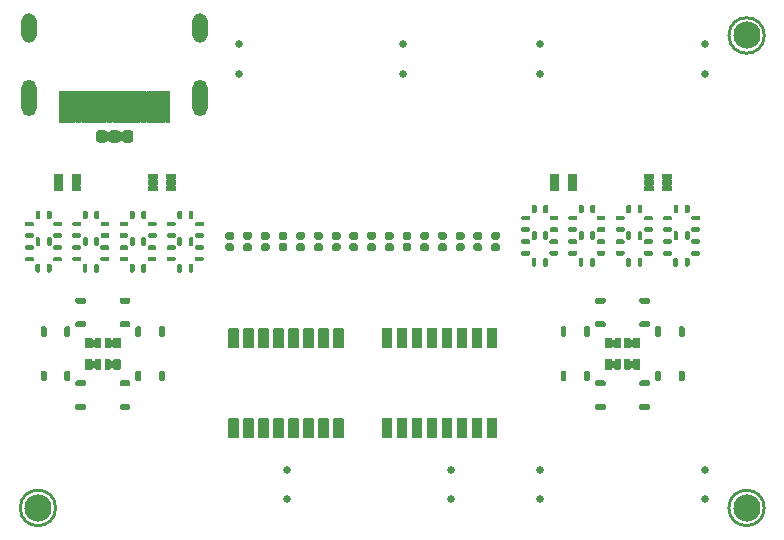
<source format=gbr>
%TF.GenerationSoftware,KiCad,Pcbnew,(5.99.0-3349-gc9824bbd9)*%
%TF.CreationDate,2020-09-22T14:29:42-07:00*%
%TF.ProjectId,Alchitry_IO_Shield,416c6368-6974-4727-995f-494f5f536869,rev?*%
%TF.SameCoordinates,Original*%
%TF.FileFunction,Soldermask,Top*%
%TF.FilePolarity,Negative*%
%FSLAX46Y46*%
G04 Gerber Fmt 4.6, Leading zero omitted, Abs format (unit mm)*
G04 Created by KiCad (PCBNEW (5.99.0-3349-gc9824bbd9)) date 2020-09-22 14:29:42*
%MOMM*%
%LPD*%
G01*
G04 APERTURE LIST*
%ADD10C,0.254000*%
%ADD11C,0.652000*%
%ADD12C,2.302000*%
%ADD13O,1.302000X2.502000*%
%ADD14O,1.302000X3.102000*%
G04 APERTURE END LIST*
D10*
%TO.C,U1*%
X76000000Y-30450001D02*
G75*
G03*
X76000000Y-30450001I-1500000J0D01*
G01*
X76000000Y-70450001D02*
G75*
G03*
X76000000Y-70450001I-1500000J0D01*
G01*
X16000000Y-70450001D02*
G75*
G03*
X16000000Y-70450001I-1500000J0D01*
G01*
X76000000Y-30450001D02*
G75*
G03*
X76000000Y-30450001I-1500000J0D01*
G01*
X76000000Y-70450001D02*
G75*
G03*
X76000000Y-70450001I-1500000J0D01*
G01*
X16000000Y-70450001D02*
G75*
G03*
X16000000Y-70450001I-1500000J0D01*
G01*
%TD*%
%TO.C,U5*%
G36*
G01*
X22300000Y-45920000D02*
X22300000Y-45380000D01*
G75*
G02*
X22400000Y-45280000I100000J0D01*
G01*
X22600000Y-45280000D01*
G75*
G02*
X22700000Y-45380000I0J-100000D01*
G01*
X22700000Y-45920000D01*
G75*
G02*
X22600000Y-46020000I-100000J0D01*
G01*
X22400000Y-46020000D01*
G75*
G02*
X22300000Y-45920000I0J100000D01*
G01*
G37*
G36*
G01*
X23255000Y-50420000D02*
X23255000Y-49880000D01*
G75*
G02*
X23355000Y-49780000I100000J0D01*
G01*
X23555000Y-49780000D01*
G75*
G02*
X23655000Y-49880000I0J-100000D01*
G01*
X23655000Y-50420000D01*
G75*
G02*
X23555000Y-50520000I-100000J0D01*
G01*
X23355000Y-50520000D01*
G75*
G02*
X23255000Y-50420000I0J100000D01*
G01*
G37*
G36*
G01*
X22055000Y-47585000D02*
X21515000Y-47585000D01*
G75*
G02*
X21415000Y-47485000I0J100000D01*
G01*
X21415000Y-47285000D01*
G75*
G02*
X21515000Y-47185000I100000J0D01*
G01*
X22055000Y-47185000D01*
G75*
G02*
X22155000Y-47285000I0J-100000D01*
G01*
X22155000Y-47485000D01*
G75*
G02*
X22055000Y-47585000I-100000J0D01*
G01*
G37*
G36*
G01*
X22300000Y-48170000D02*
X22300000Y-47630000D01*
G75*
G02*
X22400000Y-47530000I100000J0D01*
G01*
X22600000Y-47530000D01*
G75*
G02*
X22700000Y-47630000I0J-100000D01*
G01*
X22700000Y-48170000D01*
G75*
G02*
X22600000Y-48270000I-100000J0D01*
G01*
X22400000Y-48270000D01*
G75*
G02*
X22300000Y-48170000I0J100000D01*
G01*
G37*
G36*
G01*
X24455000Y-46615000D02*
X23915000Y-46615000D01*
G75*
G02*
X23815000Y-46515000I0J100000D01*
G01*
X23815000Y-46315000D01*
G75*
G02*
X23915000Y-46215000I100000J0D01*
G01*
X24455000Y-46215000D01*
G75*
G02*
X24555000Y-46315000I0J-100000D01*
G01*
X24555000Y-46515000D01*
G75*
G02*
X24455000Y-46615000I-100000J0D01*
G01*
G37*
G36*
G01*
X22055000Y-49585000D02*
X21515000Y-49585000D01*
G75*
G02*
X21415000Y-49485000I0J100000D01*
G01*
X21415000Y-49285000D01*
G75*
G02*
X21515000Y-49185000I100000J0D01*
G01*
X22055000Y-49185000D01*
G75*
G02*
X22155000Y-49285000I0J-100000D01*
G01*
X22155000Y-49485000D01*
G75*
G02*
X22055000Y-49585000I-100000J0D01*
G01*
G37*
G36*
G01*
X24435000Y-48615000D02*
X23895000Y-48615000D01*
G75*
G02*
X23795000Y-48515000I0J100000D01*
G01*
X23795000Y-48315000D01*
G75*
G02*
X23895000Y-48215000I100000J0D01*
G01*
X24435000Y-48215000D01*
G75*
G02*
X24535000Y-48315000I0J-100000D01*
G01*
X24535000Y-48515000D01*
G75*
G02*
X24435000Y-48615000I-100000J0D01*
G01*
G37*
G36*
G01*
X24455000Y-47585000D02*
X23915000Y-47585000D01*
G75*
G02*
X23815000Y-47485000I0J100000D01*
G01*
X23815000Y-47285000D01*
G75*
G02*
X23915000Y-47185000I100000J0D01*
G01*
X24455000Y-47185000D01*
G75*
G02*
X24555000Y-47285000I0J-100000D01*
G01*
X24555000Y-47485000D01*
G75*
G02*
X24455000Y-47585000I-100000J0D01*
G01*
G37*
G36*
G01*
X24435000Y-49585000D02*
X23895000Y-49585000D01*
G75*
G02*
X23795000Y-49485000I0J100000D01*
G01*
X23795000Y-49285000D01*
G75*
G02*
X23895000Y-49185000I100000J0D01*
G01*
X24435000Y-49185000D01*
G75*
G02*
X24535000Y-49285000I0J-100000D01*
G01*
X24535000Y-49485000D01*
G75*
G02*
X24435000Y-49585000I-100000J0D01*
G01*
G37*
G36*
G01*
X22285000Y-50420000D02*
X22285000Y-49880000D01*
G75*
G02*
X22385000Y-49780000I100000J0D01*
G01*
X22585000Y-49780000D01*
G75*
G02*
X22685000Y-49880000I0J-100000D01*
G01*
X22685000Y-50420000D01*
G75*
G02*
X22585000Y-50520000I-100000J0D01*
G01*
X22385000Y-50520000D01*
G75*
G02*
X22285000Y-50420000I0J100000D01*
G01*
G37*
G36*
G01*
X22055000Y-48615000D02*
X21515000Y-48615000D01*
G75*
G02*
X21415000Y-48515000I0J100000D01*
G01*
X21415000Y-48315000D01*
G75*
G02*
X21515000Y-48215000I100000J0D01*
G01*
X22055000Y-48215000D01*
G75*
G02*
X22155000Y-48315000I0J-100000D01*
G01*
X22155000Y-48515000D01*
G75*
G02*
X22055000Y-48615000I-100000J0D01*
G01*
G37*
G36*
G01*
X22055000Y-46615000D02*
X21515000Y-46615000D01*
G75*
G02*
X21415000Y-46515000I0J100000D01*
G01*
X21415000Y-46315000D01*
G75*
G02*
X21515000Y-46215000I100000J0D01*
G01*
X22055000Y-46215000D01*
G75*
G02*
X22155000Y-46315000I0J-100000D01*
G01*
X22155000Y-46515000D01*
G75*
G02*
X22055000Y-46615000I-100000J0D01*
G01*
G37*
G36*
G01*
X23270000Y-45920000D02*
X23270000Y-45380000D01*
G75*
G02*
X23370000Y-45280000I100000J0D01*
G01*
X23570000Y-45280000D01*
G75*
G02*
X23670000Y-45380000I0J-100000D01*
G01*
X23670000Y-45920000D01*
G75*
G02*
X23570000Y-46020000I-100000J0D01*
G01*
X23370000Y-46020000D01*
G75*
G02*
X23270000Y-45920000I0J100000D01*
G01*
G37*
G36*
G01*
X23270000Y-48170000D02*
X23270000Y-47630000D01*
G75*
G02*
X23370000Y-47530000I100000J0D01*
G01*
X23570000Y-47530000D01*
G75*
G02*
X23670000Y-47630000I0J-100000D01*
G01*
X23670000Y-48170000D01*
G75*
G02*
X23570000Y-48270000I-100000J0D01*
G01*
X23370000Y-48270000D01*
G75*
G02*
X23270000Y-48170000I0J100000D01*
G01*
G37*
%TD*%
%TO.C,D15*%
G36*
G01*
X32448000Y-48731000D02*
X32052000Y-48731000D01*
G75*
G02*
X31879000Y-48558000I0J173000D01*
G01*
X31879000Y-48212000D01*
G75*
G02*
X32052000Y-48039000I173000J0D01*
G01*
X32448000Y-48039000D01*
G75*
G02*
X32621000Y-48212000I0J-173000D01*
G01*
X32621000Y-48558000D01*
G75*
G02*
X32448000Y-48731000I-173000J0D01*
G01*
G37*
G36*
G01*
X32448000Y-47761000D02*
X32052000Y-47761000D01*
G75*
G02*
X31879000Y-47588000I0J173000D01*
G01*
X31879000Y-47242000D01*
G75*
G02*
X32052000Y-47069000I173000J0D01*
G01*
X32448000Y-47069000D01*
G75*
G02*
X32621000Y-47242000I0J-173000D01*
G01*
X32621000Y-47588000D01*
G75*
G02*
X32448000Y-47761000I-173000J0D01*
G01*
G37*
%TD*%
%TO.C,U6*%
G36*
G01*
X28435000Y-48615000D02*
X27895000Y-48615000D01*
G75*
G02*
X27795000Y-48515000I0J100000D01*
G01*
X27795000Y-48315000D01*
G75*
G02*
X27895000Y-48215000I100000J0D01*
G01*
X28435000Y-48215000D01*
G75*
G02*
X28535000Y-48315000I0J-100000D01*
G01*
X28535000Y-48515000D01*
G75*
G02*
X28435000Y-48615000I-100000J0D01*
G01*
G37*
G36*
G01*
X28455000Y-46615000D02*
X27915000Y-46615000D01*
G75*
G02*
X27815000Y-46515000I0J100000D01*
G01*
X27815000Y-46315000D01*
G75*
G02*
X27915000Y-46215000I100000J0D01*
G01*
X28455000Y-46215000D01*
G75*
G02*
X28555000Y-46315000I0J-100000D01*
G01*
X28555000Y-46515000D01*
G75*
G02*
X28455000Y-46615000I-100000J0D01*
G01*
G37*
G36*
G01*
X26300000Y-45920000D02*
X26300000Y-45380000D01*
G75*
G02*
X26400000Y-45280000I100000J0D01*
G01*
X26600000Y-45280000D01*
G75*
G02*
X26700000Y-45380000I0J-100000D01*
G01*
X26700000Y-45920000D01*
G75*
G02*
X26600000Y-46020000I-100000J0D01*
G01*
X26400000Y-46020000D01*
G75*
G02*
X26300000Y-45920000I0J100000D01*
G01*
G37*
G36*
G01*
X26055000Y-49585000D02*
X25515000Y-49585000D01*
G75*
G02*
X25415000Y-49485000I0J100000D01*
G01*
X25415000Y-49285000D01*
G75*
G02*
X25515000Y-49185000I100000J0D01*
G01*
X26055000Y-49185000D01*
G75*
G02*
X26155000Y-49285000I0J-100000D01*
G01*
X26155000Y-49485000D01*
G75*
G02*
X26055000Y-49585000I-100000J0D01*
G01*
G37*
G36*
G01*
X27255000Y-50420000D02*
X27255000Y-49880000D01*
G75*
G02*
X27355000Y-49780000I100000J0D01*
G01*
X27555000Y-49780000D01*
G75*
G02*
X27655000Y-49880000I0J-100000D01*
G01*
X27655000Y-50420000D01*
G75*
G02*
X27555000Y-50520000I-100000J0D01*
G01*
X27355000Y-50520000D01*
G75*
G02*
X27255000Y-50420000I0J100000D01*
G01*
G37*
G36*
G01*
X26300000Y-48170000D02*
X26300000Y-47630000D01*
G75*
G02*
X26400000Y-47530000I100000J0D01*
G01*
X26600000Y-47530000D01*
G75*
G02*
X26700000Y-47630000I0J-100000D01*
G01*
X26700000Y-48170000D01*
G75*
G02*
X26600000Y-48270000I-100000J0D01*
G01*
X26400000Y-48270000D01*
G75*
G02*
X26300000Y-48170000I0J100000D01*
G01*
G37*
G36*
G01*
X26055000Y-47585000D02*
X25515000Y-47585000D01*
G75*
G02*
X25415000Y-47485000I0J100000D01*
G01*
X25415000Y-47285000D01*
G75*
G02*
X25515000Y-47185000I100000J0D01*
G01*
X26055000Y-47185000D01*
G75*
G02*
X26155000Y-47285000I0J-100000D01*
G01*
X26155000Y-47485000D01*
G75*
G02*
X26055000Y-47585000I-100000J0D01*
G01*
G37*
G36*
G01*
X28455000Y-47585000D02*
X27915000Y-47585000D01*
G75*
G02*
X27815000Y-47485000I0J100000D01*
G01*
X27815000Y-47285000D01*
G75*
G02*
X27915000Y-47185000I100000J0D01*
G01*
X28455000Y-47185000D01*
G75*
G02*
X28555000Y-47285000I0J-100000D01*
G01*
X28555000Y-47485000D01*
G75*
G02*
X28455000Y-47585000I-100000J0D01*
G01*
G37*
G36*
G01*
X28435000Y-49585000D02*
X27895000Y-49585000D01*
G75*
G02*
X27795000Y-49485000I0J100000D01*
G01*
X27795000Y-49285000D01*
G75*
G02*
X27895000Y-49185000I100000J0D01*
G01*
X28435000Y-49185000D01*
G75*
G02*
X28535000Y-49285000I0J-100000D01*
G01*
X28535000Y-49485000D01*
G75*
G02*
X28435000Y-49585000I-100000J0D01*
G01*
G37*
G36*
G01*
X26285000Y-50420000D02*
X26285000Y-49880000D01*
G75*
G02*
X26385000Y-49780000I100000J0D01*
G01*
X26585000Y-49780000D01*
G75*
G02*
X26685000Y-49880000I0J-100000D01*
G01*
X26685000Y-50420000D01*
G75*
G02*
X26585000Y-50520000I-100000J0D01*
G01*
X26385000Y-50520000D01*
G75*
G02*
X26285000Y-50420000I0J100000D01*
G01*
G37*
G36*
G01*
X26055000Y-48615000D02*
X25515000Y-48615000D01*
G75*
G02*
X25415000Y-48515000I0J100000D01*
G01*
X25415000Y-48315000D01*
G75*
G02*
X25515000Y-48215000I100000J0D01*
G01*
X26055000Y-48215000D01*
G75*
G02*
X26155000Y-48315000I0J-100000D01*
G01*
X26155000Y-48515000D01*
G75*
G02*
X26055000Y-48615000I-100000J0D01*
G01*
G37*
G36*
G01*
X26055000Y-46615000D02*
X25515000Y-46615000D01*
G75*
G02*
X25415000Y-46515000I0J100000D01*
G01*
X25415000Y-46315000D01*
G75*
G02*
X25515000Y-46215000I100000J0D01*
G01*
X26055000Y-46215000D01*
G75*
G02*
X26155000Y-46315000I0J-100000D01*
G01*
X26155000Y-46515000D01*
G75*
G02*
X26055000Y-46615000I-100000J0D01*
G01*
G37*
G36*
G01*
X27270000Y-45920000D02*
X27270000Y-45380000D01*
G75*
G02*
X27370000Y-45280000I100000J0D01*
G01*
X27570000Y-45280000D01*
G75*
G02*
X27670000Y-45380000I0J-100000D01*
G01*
X27670000Y-45920000D01*
G75*
G02*
X27570000Y-46020000I-100000J0D01*
G01*
X27370000Y-46020000D01*
G75*
G02*
X27270000Y-45920000I0J100000D01*
G01*
G37*
G36*
G01*
X27270000Y-48170000D02*
X27270000Y-47630000D01*
G75*
G02*
X27370000Y-47530000I100000J0D01*
G01*
X27570000Y-47530000D01*
G75*
G02*
X27670000Y-47630000I0J-100000D01*
G01*
X27670000Y-48170000D01*
G75*
G02*
X27570000Y-48270000I-100000J0D01*
G01*
X27370000Y-48270000D01*
G75*
G02*
X27270000Y-48170000I0J100000D01*
G01*
G37*
%TD*%
%TO.C,Q4*%
G36*
G01*
X65849000Y-42600000D02*
X65849000Y-42200000D01*
G75*
G02*
X65900000Y-42149000I51000J0D01*
G01*
X66600000Y-42149000D01*
G75*
G02*
X66651000Y-42200000I0J-51000D01*
G01*
X66651000Y-42600000D01*
G75*
G02*
X66600000Y-42651000I-51000J0D01*
G01*
X65900000Y-42651000D01*
G75*
G02*
X65849000Y-42600000I0J51000D01*
G01*
G37*
G36*
G01*
X65849000Y-43100000D02*
X65849000Y-42700000D01*
G75*
G02*
X65900000Y-42649000I51000J0D01*
G01*
X66600000Y-42649000D01*
G75*
G02*
X66651000Y-42700000I0J-51000D01*
G01*
X66651000Y-43100000D01*
G75*
G02*
X66600000Y-43151000I-51000J0D01*
G01*
X65900000Y-43151000D01*
G75*
G02*
X65849000Y-43100000I0J51000D01*
G01*
G37*
G36*
G01*
X65849000Y-43600000D02*
X65849000Y-43200000D01*
G75*
G02*
X65900000Y-43149000I51000J0D01*
G01*
X66600000Y-43149000D01*
G75*
G02*
X66651000Y-43200000I0J-51000D01*
G01*
X66651000Y-43600000D01*
G75*
G02*
X66600000Y-43651000I-51000J0D01*
G01*
X65900000Y-43651000D01*
G75*
G02*
X65849000Y-43600000I0J51000D01*
G01*
G37*
G36*
G01*
X67349000Y-43600000D02*
X67349000Y-43200000D01*
G75*
G02*
X67400000Y-43149000I51000J0D01*
G01*
X68100000Y-43149000D01*
G75*
G02*
X68151000Y-43200000I0J-51000D01*
G01*
X68151000Y-43600000D01*
G75*
G02*
X68100000Y-43651000I-51000J0D01*
G01*
X67400000Y-43651000D01*
G75*
G02*
X67349000Y-43600000I0J51000D01*
G01*
G37*
G36*
G01*
X67349000Y-43100000D02*
X67349000Y-42700000D01*
G75*
G02*
X67400000Y-42649000I51000J0D01*
G01*
X68100000Y-42649000D01*
G75*
G02*
X68151000Y-42700000I0J-51000D01*
G01*
X68151000Y-43100000D01*
G75*
G02*
X68100000Y-43151000I-51000J0D01*
G01*
X67400000Y-43151000D01*
G75*
G02*
X67349000Y-43100000I0J51000D01*
G01*
G37*
G36*
G01*
X67349000Y-42600000D02*
X67349000Y-42200000D01*
G75*
G02*
X67400000Y-42149000I51000J0D01*
G01*
X68100000Y-42149000D01*
G75*
G02*
X68151000Y-42200000I0J-51000D01*
G01*
X68151000Y-42600000D01*
G75*
G02*
X68100000Y-42651000I-51000J0D01*
G01*
X67400000Y-42651000D01*
G75*
G02*
X67349000Y-42600000I0J51000D01*
G01*
G37*
%TD*%
%TO.C,D6*%
G36*
G01*
X45948000Y-48731000D02*
X45552000Y-48731000D01*
G75*
G02*
X45379000Y-48558000I0J173000D01*
G01*
X45379000Y-48212000D01*
G75*
G02*
X45552000Y-48039000I173000J0D01*
G01*
X45948000Y-48039000D01*
G75*
G02*
X46121000Y-48212000I0J-173000D01*
G01*
X46121000Y-48558000D01*
G75*
G02*
X45948000Y-48731000I-173000J0D01*
G01*
G37*
G36*
G01*
X45948000Y-47761000D02*
X45552000Y-47761000D01*
G75*
G02*
X45379000Y-47588000I0J173000D01*
G01*
X45379000Y-47242000D01*
G75*
G02*
X45552000Y-47069000I173000J0D01*
G01*
X45948000Y-47069000D01*
G75*
G02*
X46121000Y-47242000I0J-173000D01*
G01*
X46121000Y-47588000D01*
G75*
G02*
X45948000Y-47761000I-173000J0D01*
G01*
G37*
%TD*%
D11*
%TO.C,U1*%
X45450000Y-33700001D03*
X35550000Y-69700001D03*
X57050000Y-67200001D03*
D12*
X74500000Y-30450001D03*
D11*
X45450000Y-31200001D03*
X70950000Y-33700001D03*
X35550000Y-67200001D03*
D12*
X14500000Y-70450001D03*
D11*
X57050000Y-31200001D03*
X70950000Y-67200001D03*
X49450000Y-67200001D03*
X49450000Y-69700001D03*
X31550000Y-31200001D03*
X31550000Y-33700001D03*
X57050000Y-33700001D03*
D12*
X74500000Y-70450001D03*
D11*
X70950000Y-31200001D03*
X70950000Y-69700001D03*
X57050000Y-69700001D03*
%TD*%
%TO.C,D1*%
G36*
G01*
X53448000Y-48731000D02*
X53052000Y-48731000D01*
G75*
G02*
X52879000Y-48558000I0J173000D01*
G01*
X52879000Y-48212000D01*
G75*
G02*
X53052000Y-48039000I173000J0D01*
G01*
X53448000Y-48039000D01*
G75*
G02*
X53621000Y-48212000I0J-173000D01*
G01*
X53621000Y-48558000D01*
G75*
G02*
X53448000Y-48731000I-173000J0D01*
G01*
G37*
G36*
G01*
X53448000Y-47761000D02*
X53052000Y-47761000D01*
G75*
G02*
X52879000Y-47588000I0J173000D01*
G01*
X52879000Y-47242000D01*
G75*
G02*
X53052000Y-47069000I173000J0D01*
G01*
X53448000Y-47069000D01*
G75*
G02*
X53621000Y-47242000I0J-173000D01*
G01*
X53621000Y-47588000D01*
G75*
G02*
X53448000Y-47761000I-173000J0D01*
G01*
G37*
%TD*%
%TO.C,U3*%
G36*
G01*
X14300000Y-48170000D02*
X14300000Y-47630000D01*
G75*
G02*
X14400000Y-47530000I100000J0D01*
G01*
X14600000Y-47530000D01*
G75*
G02*
X14700000Y-47630000I0J-100000D01*
G01*
X14700000Y-48170000D01*
G75*
G02*
X14600000Y-48270000I-100000J0D01*
G01*
X14400000Y-48270000D01*
G75*
G02*
X14300000Y-48170000I0J100000D01*
G01*
G37*
G36*
G01*
X16455000Y-46615000D02*
X15915000Y-46615000D01*
G75*
G02*
X15815000Y-46515000I0J100000D01*
G01*
X15815000Y-46315000D01*
G75*
G02*
X15915000Y-46215000I100000J0D01*
G01*
X16455000Y-46215000D01*
G75*
G02*
X16555000Y-46315000I0J-100000D01*
G01*
X16555000Y-46515000D01*
G75*
G02*
X16455000Y-46615000I-100000J0D01*
G01*
G37*
G36*
G01*
X16435000Y-48615000D02*
X15895000Y-48615000D01*
G75*
G02*
X15795000Y-48515000I0J100000D01*
G01*
X15795000Y-48315000D01*
G75*
G02*
X15895000Y-48215000I100000J0D01*
G01*
X16435000Y-48215000D01*
G75*
G02*
X16535000Y-48315000I0J-100000D01*
G01*
X16535000Y-48515000D01*
G75*
G02*
X16435000Y-48615000I-100000J0D01*
G01*
G37*
G36*
G01*
X15255000Y-50420000D02*
X15255000Y-49880000D01*
G75*
G02*
X15355000Y-49780000I100000J0D01*
G01*
X15555000Y-49780000D01*
G75*
G02*
X15655000Y-49880000I0J-100000D01*
G01*
X15655000Y-50420000D01*
G75*
G02*
X15555000Y-50520000I-100000J0D01*
G01*
X15355000Y-50520000D01*
G75*
G02*
X15255000Y-50420000I0J100000D01*
G01*
G37*
G36*
G01*
X14300000Y-45920000D02*
X14300000Y-45380000D01*
G75*
G02*
X14400000Y-45280000I100000J0D01*
G01*
X14600000Y-45280000D01*
G75*
G02*
X14700000Y-45380000I0J-100000D01*
G01*
X14700000Y-45920000D01*
G75*
G02*
X14600000Y-46020000I-100000J0D01*
G01*
X14400000Y-46020000D01*
G75*
G02*
X14300000Y-45920000I0J100000D01*
G01*
G37*
G36*
G01*
X14055000Y-47585000D02*
X13515000Y-47585000D01*
G75*
G02*
X13415000Y-47485000I0J100000D01*
G01*
X13415000Y-47285000D01*
G75*
G02*
X13515000Y-47185000I100000J0D01*
G01*
X14055000Y-47185000D01*
G75*
G02*
X14155000Y-47285000I0J-100000D01*
G01*
X14155000Y-47485000D01*
G75*
G02*
X14055000Y-47585000I-100000J0D01*
G01*
G37*
G36*
G01*
X14055000Y-49585000D02*
X13515000Y-49585000D01*
G75*
G02*
X13415000Y-49485000I0J100000D01*
G01*
X13415000Y-49285000D01*
G75*
G02*
X13515000Y-49185000I100000J0D01*
G01*
X14055000Y-49185000D01*
G75*
G02*
X14155000Y-49285000I0J-100000D01*
G01*
X14155000Y-49485000D01*
G75*
G02*
X14055000Y-49585000I-100000J0D01*
G01*
G37*
G36*
G01*
X16455000Y-47585000D02*
X15915000Y-47585000D01*
G75*
G02*
X15815000Y-47485000I0J100000D01*
G01*
X15815000Y-47285000D01*
G75*
G02*
X15915000Y-47185000I100000J0D01*
G01*
X16455000Y-47185000D01*
G75*
G02*
X16555000Y-47285000I0J-100000D01*
G01*
X16555000Y-47485000D01*
G75*
G02*
X16455000Y-47585000I-100000J0D01*
G01*
G37*
G36*
G01*
X16435000Y-49585000D02*
X15895000Y-49585000D01*
G75*
G02*
X15795000Y-49485000I0J100000D01*
G01*
X15795000Y-49285000D01*
G75*
G02*
X15895000Y-49185000I100000J0D01*
G01*
X16435000Y-49185000D01*
G75*
G02*
X16535000Y-49285000I0J-100000D01*
G01*
X16535000Y-49485000D01*
G75*
G02*
X16435000Y-49585000I-100000J0D01*
G01*
G37*
G36*
G01*
X14285000Y-50420000D02*
X14285000Y-49880000D01*
G75*
G02*
X14385000Y-49780000I100000J0D01*
G01*
X14585000Y-49780000D01*
G75*
G02*
X14685000Y-49880000I0J-100000D01*
G01*
X14685000Y-50420000D01*
G75*
G02*
X14585000Y-50520000I-100000J0D01*
G01*
X14385000Y-50520000D01*
G75*
G02*
X14285000Y-50420000I0J100000D01*
G01*
G37*
G36*
G01*
X14055000Y-48615000D02*
X13515000Y-48615000D01*
G75*
G02*
X13415000Y-48515000I0J100000D01*
G01*
X13415000Y-48315000D01*
G75*
G02*
X13515000Y-48215000I100000J0D01*
G01*
X14055000Y-48215000D01*
G75*
G02*
X14155000Y-48315000I0J-100000D01*
G01*
X14155000Y-48515000D01*
G75*
G02*
X14055000Y-48615000I-100000J0D01*
G01*
G37*
G36*
G01*
X14055000Y-46615000D02*
X13515000Y-46615000D01*
G75*
G02*
X13415000Y-46515000I0J100000D01*
G01*
X13415000Y-46315000D01*
G75*
G02*
X13515000Y-46215000I100000J0D01*
G01*
X14055000Y-46215000D01*
G75*
G02*
X14155000Y-46315000I0J-100000D01*
G01*
X14155000Y-46515000D01*
G75*
G02*
X14055000Y-46615000I-100000J0D01*
G01*
G37*
G36*
G01*
X15270000Y-45920000D02*
X15270000Y-45380000D01*
G75*
G02*
X15370000Y-45280000I100000J0D01*
G01*
X15570000Y-45280000D01*
G75*
G02*
X15670000Y-45380000I0J-100000D01*
G01*
X15670000Y-45920000D01*
G75*
G02*
X15570000Y-46020000I-100000J0D01*
G01*
X15370000Y-46020000D01*
G75*
G02*
X15270000Y-45920000I0J100000D01*
G01*
G37*
G36*
G01*
X15270000Y-48170000D02*
X15270000Y-47630000D01*
G75*
G02*
X15370000Y-47530000I100000J0D01*
G01*
X15570000Y-47530000D01*
G75*
G02*
X15670000Y-47630000I0J-100000D01*
G01*
X15670000Y-48170000D01*
G75*
G02*
X15570000Y-48270000I-100000J0D01*
G01*
X15370000Y-48270000D01*
G75*
G02*
X15270000Y-48170000I0J100000D01*
G01*
G37*
%TD*%
%TO.C,D10*%
G36*
G01*
X39948000Y-48731000D02*
X39552000Y-48731000D01*
G75*
G02*
X39379000Y-48558000I0J173000D01*
G01*
X39379000Y-48212000D01*
G75*
G02*
X39552000Y-48039000I173000J0D01*
G01*
X39948000Y-48039000D01*
G75*
G02*
X40121000Y-48212000I0J-173000D01*
G01*
X40121000Y-48558000D01*
G75*
G02*
X39948000Y-48731000I-173000J0D01*
G01*
G37*
G36*
G01*
X39948000Y-47761000D02*
X39552000Y-47761000D01*
G75*
G02*
X39379000Y-47588000I0J173000D01*
G01*
X39379000Y-47242000D01*
G75*
G02*
X39552000Y-47069000I173000J0D01*
G01*
X39948000Y-47069000D01*
G75*
G02*
X40121000Y-47242000I0J-173000D01*
G01*
X40121000Y-47588000D01*
G75*
G02*
X39948000Y-47761000I-173000J0D01*
G01*
G37*
%TD*%
%TO.C,D5*%
G36*
G01*
X47448000Y-48731000D02*
X47052000Y-48731000D01*
G75*
G02*
X46879000Y-48558000I0J173000D01*
G01*
X46879000Y-48212000D01*
G75*
G02*
X47052000Y-48039000I173000J0D01*
G01*
X47448000Y-48039000D01*
G75*
G02*
X47621000Y-48212000I0J-173000D01*
G01*
X47621000Y-48558000D01*
G75*
G02*
X47448000Y-48731000I-173000J0D01*
G01*
G37*
G36*
G01*
X47448000Y-47761000D02*
X47052000Y-47761000D01*
G75*
G02*
X46879000Y-47588000I0J173000D01*
G01*
X46879000Y-47242000D01*
G75*
G02*
X47052000Y-47069000I173000J0D01*
G01*
X47448000Y-47069000D01*
G75*
G02*
X47621000Y-47242000I0J-173000D01*
G01*
X47621000Y-47588000D01*
G75*
G02*
X47448000Y-47761000I-173000J0D01*
G01*
G37*
%TD*%
%TO.C,U4*%
G36*
G01*
X18055000Y-47585000D02*
X17515000Y-47585000D01*
G75*
G02*
X17415000Y-47485000I0J100000D01*
G01*
X17415000Y-47285000D01*
G75*
G02*
X17515000Y-47185000I100000J0D01*
G01*
X18055000Y-47185000D01*
G75*
G02*
X18155000Y-47285000I0J-100000D01*
G01*
X18155000Y-47485000D01*
G75*
G02*
X18055000Y-47585000I-100000J0D01*
G01*
G37*
G36*
G01*
X20455000Y-46615000D02*
X19915000Y-46615000D01*
G75*
G02*
X19815000Y-46515000I0J100000D01*
G01*
X19815000Y-46315000D01*
G75*
G02*
X19915000Y-46215000I100000J0D01*
G01*
X20455000Y-46215000D01*
G75*
G02*
X20555000Y-46315000I0J-100000D01*
G01*
X20555000Y-46515000D01*
G75*
G02*
X20455000Y-46615000I-100000J0D01*
G01*
G37*
G36*
G01*
X18300000Y-45920000D02*
X18300000Y-45380000D01*
G75*
G02*
X18400000Y-45280000I100000J0D01*
G01*
X18600000Y-45280000D01*
G75*
G02*
X18700000Y-45380000I0J-100000D01*
G01*
X18700000Y-45920000D01*
G75*
G02*
X18600000Y-46020000I-100000J0D01*
G01*
X18400000Y-46020000D01*
G75*
G02*
X18300000Y-45920000I0J100000D01*
G01*
G37*
G36*
G01*
X18300000Y-48170000D02*
X18300000Y-47630000D01*
G75*
G02*
X18400000Y-47530000I100000J0D01*
G01*
X18600000Y-47530000D01*
G75*
G02*
X18700000Y-47630000I0J-100000D01*
G01*
X18700000Y-48170000D01*
G75*
G02*
X18600000Y-48270000I-100000J0D01*
G01*
X18400000Y-48270000D01*
G75*
G02*
X18300000Y-48170000I0J100000D01*
G01*
G37*
G36*
G01*
X19255000Y-50420000D02*
X19255000Y-49880000D01*
G75*
G02*
X19355000Y-49780000I100000J0D01*
G01*
X19555000Y-49780000D01*
G75*
G02*
X19655000Y-49880000I0J-100000D01*
G01*
X19655000Y-50420000D01*
G75*
G02*
X19555000Y-50520000I-100000J0D01*
G01*
X19355000Y-50520000D01*
G75*
G02*
X19255000Y-50420000I0J100000D01*
G01*
G37*
G36*
G01*
X18055000Y-49585000D02*
X17515000Y-49585000D01*
G75*
G02*
X17415000Y-49485000I0J100000D01*
G01*
X17415000Y-49285000D01*
G75*
G02*
X17515000Y-49185000I100000J0D01*
G01*
X18055000Y-49185000D01*
G75*
G02*
X18155000Y-49285000I0J-100000D01*
G01*
X18155000Y-49485000D01*
G75*
G02*
X18055000Y-49585000I-100000J0D01*
G01*
G37*
G36*
G01*
X20435000Y-48615000D02*
X19895000Y-48615000D01*
G75*
G02*
X19795000Y-48515000I0J100000D01*
G01*
X19795000Y-48315000D01*
G75*
G02*
X19895000Y-48215000I100000J0D01*
G01*
X20435000Y-48215000D01*
G75*
G02*
X20535000Y-48315000I0J-100000D01*
G01*
X20535000Y-48515000D01*
G75*
G02*
X20435000Y-48615000I-100000J0D01*
G01*
G37*
G36*
G01*
X20455000Y-47585000D02*
X19915000Y-47585000D01*
G75*
G02*
X19815000Y-47485000I0J100000D01*
G01*
X19815000Y-47285000D01*
G75*
G02*
X19915000Y-47185000I100000J0D01*
G01*
X20455000Y-47185000D01*
G75*
G02*
X20555000Y-47285000I0J-100000D01*
G01*
X20555000Y-47485000D01*
G75*
G02*
X20455000Y-47585000I-100000J0D01*
G01*
G37*
G36*
G01*
X20435000Y-49585000D02*
X19895000Y-49585000D01*
G75*
G02*
X19795000Y-49485000I0J100000D01*
G01*
X19795000Y-49285000D01*
G75*
G02*
X19895000Y-49185000I100000J0D01*
G01*
X20435000Y-49185000D01*
G75*
G02*
X20535000Y-49285000I0J-100000D01*
G01*
X20535000Y-49485000D01*
G75*
G02*
X20435000Y-49585000I-100000J0D01*
G01*
G37*
G36*
G01*
X18285000Y-50420000D02*
X18285000Y-49880000D01*
G75*
G02*
X18385000Y-49780000I100000J0D01*
G01*
X18585000Y-49780000D01*
G75*
G02*
X18685000Y-49880000I0J-100000D01*
G01*
X18685000Y-50420000D01*
G75*
G02*
X18585000Y-50520000I-100000J0D01*
G01*
X18385000Y-50520000D01*
G75*
G02*
X18285000Y-50420000I0J100000D01*
G01*
G37*
G36*
G01*
X18055000Y-48615000D02*
X17515000Y-48615000D01*
G75*
G02*
X17415000Y-48515000I0J100000D01*
G01*
X17415000Y-48315000D01*
G75*
G02*
X17515000Y-48215000I100000J0D01*
G01*
X18055000Y-48215000D01*
G75*
G02*
X18155000Y-48315000I0J-100000D01*
G01*
X18155000Y-48515000D01*
G75*
G02*
X18055000Y-48615000I-100000J0D01*
G01*
G37*
G36*
G01*
X18055000Y-46615000D02*
X17515000Y-46615000D01*
G75*
G02*
X17415000Y-46515000I0J100000D01*
G01*
X17415000Y-46315000D01*
G75*
G02*
X17515000Y-46215000I100000J0D01*
G01*
X18055000Y-46215000D01*
G75*
G02*
X18155000Y-46315000I0J-100000D01*
G01*
X18155000Y-46515000D01*
G75*
G02*
X18055000Y-46615000I-100000J0D01*
G01*
G37*
G36*
G01*
X19270000Y-45920000D02*
X19270000Y-45380000D01*
G75*
G02*
X19370000Y-45280000I100000J0D01*
G01*
X19570000Y-45280000D01*
G75*
G02*
X19670000Y-45380000I0J-100000D01*
G01*
X19670000Y-45920000D01*
G75*
G02*
X19570000Y-46020000I-100000J0D01*
G01*
X19370000Y-46020000D01*
G75*
G02*
X19270000Y-45920000I0J100000D01*
G01*
G37*
G36*
G01*
X19270000Y-48170000D02*
X19270000Y-47630000D01*
G75*
G02*
X19370000Y-47530000I100000J0D01*
G01*
X19570000Y-47530000D01*
G75*
G02*
X19670000Y-47630000I0J-100000D01*
G01*
X19670000Y-48170000D01*
G75*
G02*
X19570000Y-48270000I-100000J0D01*
G01*
X19370000Y-48270000D01*
G75*
G02*
X19270000Y-48170000I0J100000D01*
G01*
G37*
%TD*%
%TO.C,SW7*%
G36*
G01*
X66326000Y-59774500D02*
X66326000Y-60025500D01*
G75*
G02*
X66200500Y-60151000I-125500J0D01*
G01*
X65549500Y-60151000D01*
G75*
G02*
X65424000Y-60025500I0J125500D01*
G01*
X65424000Y-59774500D01*
G75*
G02*
X65549500Y-59649000I125500J0D01*
G01*
X66200500Y-59649000D01*
G75*
G02*
X66326000Y-59774500I0J-125500D01*
G01*
G37*
G36*
G01*
X62576000Y-59774500D02*
X62576000Y-60025500D01*
G75*
G02*
X62450500Y-60151000I-125500J0D01*
G01*
X61799500Y-60151000D01*
G75*
G02*
X61674000Y-60025500I0J125500D01*
G01*
X61674000Y-59774500D01*
G75*
G02*
X61799500Y-59649000I125500J0D01*
G01*
X62450500Y-59649000D01*
G75*
G02*
X62576000Y-59774500I0J-125500D01*
G01*
G37*
G36*
G01*
X66326000Y-61774500D02*
X66326000Y-62025500D01*
G75*
G02*
X66200500Y-62151000I-125500J0D01*
G01*
X65549500Y-62151000D01*
G75*
G02*
X65424000Y-62025500I0J125500D01*
G01*
X65424000Y-61774500D01*
G75*
G02*
X65549500Y-61649000I125500J0D01*
G01*
X66200500Y-61649000D01*
G75*
G02*
X66326000Y-61774500I0J-125500D01*
G01*
G37*
G36*
G01*
X62576000Y-61774500D02*
X62576000Y-62025500D01*
G75*
G02*
X62450500Y-62151000I-125500J0D01*
G01*
X61799500Y-62151000D01*
G75*
G02*
X61674000Y-62025500I0J125500D01*
G01*
X61674000Y-61774500D01*
G75*
G02*
X61799500Y-61649000I125500J0D01*
G01*
X62450500Y-61649000D01*
G75*
G02*
X62576000Y-61774500I0J-125500D01*
G01*
G37*
%TD*%
%TO.C,SW10*%
G36*
G01*
X44435000Y-64561000D02*
X43675000Y-64561000D01*
G75*
G02*
X43624000Y-64510000I0J51000D01*
G01*
X43624000Y-62910000D01*
G75*
G02*
X43675000Y-62859000I51000J0D01*
G01*
X44435000Y-62859000D01*
G75*
G02*
X44486000Y-62910000I0J-51000D01*
G01*
X44486000Y-64510000D01*
G75*
G02*
X44435000Y-64561000I-51000J0D01*
G01*
G37*
G36*
G01*
X45705000Y-64561000D02*
X44945000Y-64561000D01*
G75*
G02*
X44894000Y-64510000I0J51000D01*
G01*
X44894000Y-62910000D01*
G75*
G02*
X44945000Y-62859000I51000J0D01*
G01*
X45705000Y-62859000D01*
G75*
G02*
X45756000Y-62910000I0J-51000D01*
G01*
X45756000Y-64510000D01*
G75*
G02*
X45705000Y-64561000I-51000J0D01*
G01*
G37*
G36*
G01*
X46975000Y-64561000D02*
X46215000Y-64561000D01*
G75*
G02*
X46164000Y-64510000I0J51000D01*
G01*
X46164000Y-62910000D01*
G75*
G02*
X46215000Y-62859000I51000J0D01*
G01*
X46975000Y-62859000D01*
G75*
G02*
X47026000Y-62910000I0J-51000D01*
G01*
X47026000Y-64510000D01*
G75*
G02*
X46975000Y-64561000I-51000J0D01*
G01*
G37*
G36*
G01*
X48245000Y-64561000D02*
X47485000Y-64561000D01*
G75*
G02*
X47434000Y-64510000I0J51000D01*
G01*
X47434000Y-62910000D01*
G75*
G02*
X47485000Y-62859000I51000J0D01*
G01*
X48245000Y-62859000D01*
G75*
G02*
X48296000Y-62910000I0J-51000D01*
G01*
X48296000Y-64510000D01*
G75*
G02*
X48245000Y-64561000I-51000J0D01*
G01*
G37*
G36*
G01*
X49515000Y-64561000D02*
X48755000Y-64561000D01*
G75*
G02*
X48704000Y-64510000I0J51000D01*
G01*
X48704000Y-62910000D01*
G75*
G02*
X48755000Y-62859000I51000J0D01*
G01*
X49515000Y-62859000D01*
G75*
G02*
X49566000Y-62910000I0J-51000D01*
G01*
X49566000Y-64510000D01*
G75*
G02*
X49515000Y-64561000I-51000J0D01*
G01*
G37*
G36*
G01*
X50785000Y-64561000D02*
X50025000Y-64561000D01*
G75*
G02*
X49974000Y-64510000I0J51000D01*
G01*
X49974000Y-62910000D01*
G75*
G02*
X50025000Y-62859000I51000J0D01*
G01*
X50785000Y-62859000D01*
G75*
G02*
X50836000Y-62910000I0J-51000D01*
G01*
X50836000Y-64510000D01*
G75*
G02*
X50785000Y-64561000I-51000J0D01*
G01*
G37*
G36*
G01*
X52055000Y-64561000D02*
X51295000Y-64561000D01*
G75*
G02*
X51244000Y-64510000I0J51000D01*
G01*
X51244000Y-62910000D01*
G75*
G02*
X51295000Y-62859000I51000J0D01*
G01*
X52055000Y-62859000D01*
G75*
G02*
X52106000Y-62910000I0J-51000D01*
G01*
X52106000Y-64510000D01*
G75*
G02*
X52055000Y-64561000I-51000J0D01*
G01*
G37*
G36*
G01*
X53325000Y-64561000D02*
X52565000Y-64561000D01*
G75*
G02*
X52514000Y-64510000I0J51000D01*
G01*
X52514000Y-62910000D01*
G75*
G02*
X52565000Y-62859000I51000J0D01*
G01*
X53325000Y-62859000D01*
G75*
G02*
X53376000Y-62910000I0J-51000D01*
G01*
X53376000Y-64510000D01*
G75*
G02*
X53325000Y-64561000I-51000J0D01*
G01*
G37*
G36*
G01*
X53325000Y-56941000D02*
X52565000Y-56941000D01*
G75*
G02*
X52514000Y-56890000I0J51000D01*
G01*
X52514000Y-55290000D01*
G75*
G02*
X52565000Y-55239000I51000J0D01*
G01*
X53325000Y-55239000D01*
G75*
G02*
X53376000Y-55290000I0J-51000D01*
G01*
X53376000Y-56890000D01*
G75*
G02*
X53325000Y-56941000I-51000J0D01*
G01*
G37*
G36*
G01*
X52055000Y-56941000D02*
X51295000Y-56941000D01*
G75*
G02*
X51244000Y-56890000I0J51000D01*
G01*
X51244000Y-55290000D01*
G75*
G02*
X51295000Y-55239000I51000J0D01*
G01*
X52055000Y-55239000D01*
G75*
G02*
X52106000Y-55290000I0J-51000D01*
G01*
X52106000Y-56890000D01*
G75*
G02*
X52055000Y-56941000I-51000J0D01*
G01*
G37*
G36*
G01*
X50785000Y-56941000D02*
X50025000Y-56941000D01*
G75*
G02*
X49974000Y-56890000I0J51000D01*
G01*
X49974000Y-55290000D01*
G75*
G02*
X50025000Y-55239000I51000J0D01*
G01*
X50785000Y-55239000D01*
G75*
G02*
X50836000Y-55290000I0J-51000D01*
G01*
X50836000Y-56890000D01*
G75*
G02*
X50785000Y-56941000I-51000J0D01*
G01*
G37*
G36*
G01*
X49515000Y-56941000D02*
X48755000Y-56941000D01*
G75*
G02*
X48704000Y-56890000I0J51000D01*
G01*
X48704000Y-55290000D01*
G75*
G02*
X48755000Y-55239000I51000J0D01*
G01*
X49515000Y-55239000D01*
G75*
G02*
X49566000Y-55290000I0J-51000D01*
G01*
X49566000Y-56890000D01*
G75*
G02*
X49515000Y-56941000I-51000J0D01*
G01*
G37*
G36*
G01*
X48245000Y-56941000D02*
X47485000Y-56941000D01*
G75*
G02*
X47434000Y-56890000I0J51000D01*
G01*
X47434000Y-55290000D01*
G75*
G02*
X47485000Y-55239000I51000J0D01*
G01*
X48245000Y-55239000D01*
G75*
G02*
X48296000Y-55290000I0J-51000D01*
G01*
X48296000Y-56890000D01*
G75*
G02*
X48245000Y-56941000I-51000J0D01*
G01*
G37*
G36*
G01*
X46975000Y-56941000D02*
X46215000Y-56941000D01*
G75*
G02*
X46164000Y-56890000I0J51000D01*
G01*
X46164000Y-55290000D01*
G75*
G02*
X46215000Y-55239000I51000J0D01*
G01*
X46975000Y-55239000D01*
G75*
G02*
X47026000Y-55290000I0J-51000D01*
G01*
X47026000Y-56890000D01*
G75*
G02*
X46975000Y-56941000I-51000J0D01*
G01*
G37*
G36*
G01*
X45705000Y-56941000D02*
X44945000Y-56941000D01*
G75*
G02*
X44894000Y-56890000I0J51000D01*
G01*
X44894000Y-55290000D01*
G75*
G02*
X44945000Y-55239000I51000J0D01*
G01*
X45705000Y-55239000D01*
G75*
G02*
X45756000Y-55290000I0J-51000D01*
G01*
X45756000Y-56890000D01*
G75*
G02*
X45705000Y-56941000I-51000J0D01*
G01*
G37*
G36*
G01*
X44435000Y-56941000D02*
X43675000Y-56941000D01*
G75*
G02*
X43624000Y-56890000I0J51000D01*
G01*
X43624000Y-55290000D01*
G75*
G02*
X43675000Y-55239000I51000J0D01*
G01*
X44435000Y-55239000D01*
G75*
G02*
X44486000Y-55290000I0J-51000D01*
G01*
X44486000Y-56890000D01*
G75*
G02*
X44435000Y-56941000I-51000J0D01*
G01*
G37*
%TD*%
%TO.C,D3*%
G36*
G01*
X50448000Y-48731000D02*
X50052000Y-48731000D01*
G75*
G02*
X49879000Y-48558000I0J173000D01*
G01*
X49879000Y-48212000D01*
G75*
G02*
X50052000Y-48039000I173000J0D01*
G01*
X50448000Y-48039000D01*
G75*
G02*
X50621000Y-48212000I0J-173000D01*
G01*
X50621000Y-48558000D01*
G75*
G02*
X50448000Y-48731000I-173000J0D01*
G01*
G37*
G36*
G01*
X50448000Y-47761000D02*
X50052000Y-47761000D01*
G75*
G02*
X49879000Y-47588000I0J173000D01*
G01*
X49879000Y-47242000D01*
G75*
G02*
X50052000Y-47069000I173000J0D01*
G01*
X50448000Y-47069000D01*
G75*
G02*
X50621000Y-47242000I0J-173000D01*
G01*
X50621000Y-47588000D01*
G75*
G02*
X50448000Y-47761000I-173000J0D01*
G01*
G37*
%TD*%
%TO.C,SW1*%
G36*
G01*
X17125500Y-55976000D02*
X16874500Y-55976000D01*
G75*
G02*
X16749000Y-55850500I0J125500D01*
G01*
X16749000Y-55199500D01*
G75*
G02*
X16874500Y-55074000I125500J0D01*
G01*
X17125500Y-55074000D01*
G75*
G02*
X17251000Y-55199500I0J-125500D01*
G01*
X17251000Y-55850500D01*
G75*
G02*
X17125500Y-55976000I-125500J0D01*
G01*
G37*
G36*
G01*
X17125500Y-59726000D02*
X16874500Y-59726000D01*
G75*
G02*
X16749000Y-59600500I0J125500D01*
G01*
X16749000Y-58949500D01*
G75*
G02*
X16874500Y-58824000I125500J0D01*
G01*
X17125500Y-58824000D01*
G75*
G02*
X17251000Y-58949500I0J-125500D01*
G01*
X17251000Y-59600500D01*
G75*
G02*
X17125500Y-59726000I-125500J0D01*
G01*
G37*
G36*
G01*
X15125500Y-59726000D02*
X14874500Y-59726000D01*
G75*
G02*
X14749000Y-59600500I0J125500D01*
G01*
X14749000Y-58949500D01*
G75*
G02*
X14874500Y-58824000I125500J0D01*
G01*
X15125500Y-58824000D01*
G75*
G02*
X15251000Y-58949500I0J-125500D01*
G01*
X15251000Y-59600500D01*
G75*
G02*
X15125500Y-59726000I-125500J0D01*
G01*
G37*
G36*
G01*
X15125500Y-55976000D02*
X14874500Y-55976000D01*
G75*
G02*
X14749000Y-55850500I0J125500D01*
G01*
X14749000Y-55199500D01*
G75*
G02*
X14874500Y-55074000I125500J0D01*
G01*
X15125500Y-55074000D01*
G75*
G02*
X15251000Y-55199500I0J-125500D01*
G01*
X15251000Y-55850500D01*
G75*
G02*
X15125500Y-55976000I-125500J0D01*
G01*
G37*
%TD*%
%TO.C,SW9*%
G36*
G01*
X31435000Y-64561000D02*
X30675000Y-64561000D01*
G75*
G02*
X30624000Y-64510000I0J51000D01*
G01*
X30624000Y-62910000D01*
G75*
G02*
X30675000Y-62859000I51000J0D01*
G01*
X31435000Y-62859000D01*
G75*
G02*
X31486000Y-62910000I0J-51000D01*
G01*
X31486000Y-64510000D01*
G75*
G02*
X31435000Y-64561000I-51000J0D01*
G01*
G37*
G36*
G01*
X32705000Y-64561000D02*
X31945000Y-64561000D01*
G75*
G02*
X31894000Y-64510000I0J51000D01*
G01*
X31894000Y-62910000D01*
G75*
G02*
X31945000Y-62859000I51000J0D01*
G01*
X32705000Y-62859000D01*
G75*
G02*
X32756000Y-62910000I0J-51000D01*
G01*
X32756000Y-64510000D01*
G75*
G02*
X32705000Y-64561000I-51000J0D01*
G01*
G37*
G36*
G01*
X33975000Y-64561000D02*
X33215000Y-64561000D01*
G75*
G02*
X33164000Y-64510000I0J51000D01*
G01*
X33164000Y-62910000D01*
G75*
G02*
X33215000Y-62859000I51000J0D01*
G01*
X33975000Y-62859000D01*
G75*
G02*
X34026000Y-62910000I0J-51000D01*
G01*
X34026000Y-64510000D01*
G75*
G02*
X33975000Y-64561000I-51000J0D01*
G01*
G37*
G36*
G01*
X35245000Y-64561000D02*
X34485000Y-64561000D01*
G75*
G02*
X34434000Y-64510000I0J51000D01*
G01*
X34434000Y-62910000D01*
G75*
G02*
X34485000Y-62859000I51000J0D01*
G01*
X35245000Y-62859000D01*
G75*
G02*
X35296000Y-62910000I0J-51000D01*
G01*
X35296000Y-64510000D01*
G75*
G02*
X35245000Y-64561000I-51000J0D01*
G01*
G37*
G36*
G01*
X36515000Y-64561000D02*
X35755000Y-64561000D01*
G75*
G02*
X35704000Y-64510000I0J51000D01*
G01*
X35704000Y-62910000D01*
G75*
G02*
X35755000Y-62859000I51000J0D01*
G01*
X36515000Y-62859000D01*
G75*
G02*
X36566000Y-62910000I0J-51000D01*
G01*
X36566000Y-64510000D01*
G75*
G02*
X36515000Y-64561000I-51000J0D01*
G01*
G37*
G36*
G01*
X37785000Y-64561000D02*
X37025000Y-64561000D01*
G75*
G02*
X36974000Y-64510000I0J51000D01*
G01*
X36974000Y-62910000D01*
G75*
G02*
X37025000Y-62859000I51000J0D01*
G01*
X37785000Y-62859000D01*
G75*
G02*
X37836000Y-62910000I0J-51000D01*
G01*
X37836000Y-64510000D01*
G75*
G02*
X37785000Y-64561000I-51000J0D01*
G01*
G37*
G36*
G01*
X39055000Y-64561000D02*
X38295000Y-64561000D01*
G75*
G02*
X38244000Y-64510000I0J51000D01*
G01*
X38244000Y-62910000D01*
G75*
G02*
X38295000Y-62859000I51000J0D01*
G01*
X39055000Y-62859000D01*
G75*
G02*
X39106000Y-62910000I0J-51000D01*
G01*
X39106000Y-64510000D01*
G75*
G02*
X39055000Y-64561000I-51000J0D01*
G01*
G37*
G36*
G01*
X40325000Y-64561000D02*
X39565000Y-64561000D01*
G75*
G02*
X39514000Y-64510000I0J51000D01*
G01*
X39514000Y-62910000D01*
G75*
G02*
X39565000Y-62859000I51000J0D01*
G01*
X40325000Y-62859000D01*
G75*
G02*
X40376000Y-62910000I0J-51000D01*
G01*
X40376000Y-64510000D01*
G75*
G02*
X40325000Y-64561000I-51000J0D01*
G01*
G37*
G36*
G01*
X40325000Y-56941000D02*
X39565000Y-56941000D01*
G75*
G02*
X39514000Y-56890000I0J51000D01*
G01*
X39514000Y-55290000D01*
G75*
G02*
X39565000Y-55239000I51000J0D01*
G01*
X40325000Y-55239000D01*
G75*
G02*
X40376000Y-55290000I0J-51000D01*
G01*
X40376000Y-56890000D01*
G75*
G02*
X40325000Y-56941000I-51000J0D01*
G01*
G37*
G36*
G01*
X39055000Y-56941000D02*
X38295000Y-56941000D01*
G75*
G02*
X38244000Y-56890000I0J51000D01*
G01*
X38244000Y-55290000D01*
G75*
G02*
X38295000Y-55239000I51000J0D01*
G01*
X39055000Y-55239000D01*
G75*
G02*
X39106000Y-55290000I0J-51000D01*
G01*
X39106000Y-56890000D01*
G75*
G02*
X39055000Y-56941000I-51000J0D01*
G01*
G37*
G36*
G01*
X37785000Y-56941000D02*
X37025000Y-56941000D01*
G75*
G02*
X36974000Y-56890000I0J51000D01*
G01*
X36974000Y-55290000D01*
G75*
G02*
X37025000Y-55239000I51000J0D01*
G01*
X37785000Y-55239000D01*
G75*
G02*
X37836000Y-55290000I0J-51000D01*
G01*
X37836000Y-56890000D01*
G75*
G02*
X37785000Y-56941000I-51000J0D01*
G01*
G37*
G36*
G01*
X36515000Y-56941000D02*
X35755000Y-56941000D01*
G75*
G02*
X35704000Y-56890000I0J51000D01*
G01*
X35704000Y-55290000D01*
G75*
G02*
X35755000Y-55239000I51000J0D01*
G01*
X36515000Y-55239000D01*
G75*
G02*
X36566000Y-55290000I0J-51000D01*
G01*
X36566000Y-56890000D01*
G75*
G02*
X36515000Y-56941000I-51000J0D01*
G01*
G37*
G36*
G01*
X35245000Y-56941000D02*
X34485000Y-56941000D01*
G75*
G02*
X34434000Y-56890000I0J51000D01*
G01*
X34434000Y-55290000D01*
G75*
G02*
X34485000Y-55239000I51000J0D01*
G01*
X35245000Y-55239000D01*
G75*
G02*
X35296000Y-55290000I0J-51000D01*
G01*
X35296000Y-56890000D01*
G75*
G02*
X35245000Y-56941000I-51000J0D01*
G01*
G37*
G36*
G01*
X33975000Y-56941000D02*
X33215000Y-56941000D01*
G75*
G02*
X33164000Y-56890000I0J51000D01*
G01*
X33164000Y-55290000D01*
G75*
G02*
X33215000Y-55239000I51000J0D01*
G01*
X33975000Y-55239000D01*
G75*
G02*
X34026000Y-55290000I0J-51000D01*
G01*
X34026000Y-56890000D01*
G75*
G02*
X33975000Y-56941000I-51000J0D01*
G01*
G37*
G36*
G01*
X32705000Y-56941000D02*
X31945000Y-56941000D01*
G75*
G02*
X31894000Y-56890000I0J51000D01*
G01*
X31894000Y-55290000D01*
G75*
G02*
X31945000Y-55239000I51000J0D01*
G01*
X32705000Y-55239000D01*
G75*
G02*
X32756000Y-55290000I0J-51000D01*
G01*
X32756000Y-56890000D01*
G75*
G02*
X32705000Y-56941000I-51000J0D01*
G01*
G37*
G36*
G01*
X31435000Y-56941000D02*
X30675000Y-56941000D01*
G75*
G02*
X30624000Y-56890000I0J51000D01*
G01*
X30624000Y-55290000D01*
G75*
G02*
X30675000Y-55239000I51000J0D01*
G01*
X31435000Y-55239000D01*
G75*
G02*
X31486000Y-55290000I0J-51000D01*
G01*
X31486000Y-56890000D01*
G75*
G02*
X31435000Y-56941000I-51000J0D01*
G01*
G37*
%TD*%
%TO.C,D4*%
G36*
G01*
X48948000Y-48731000D02*
X48552000Y-48731000D01*
G75*
G02*
X48379000Y-48558000I0J173000D01*
G01*
X48379000Y-48212000D01*
G75*
G02*
X48552000Y-48039000I173000J0D01*
G01*
X48948000Y-48039000D01*
G75*
G02*
X49121000Y-48212000I0J-173000D01*
G01*
X49121000Y-48558000D01*
G75*
G02*
X48948000Y-48731000I-173000J0D01*
G01*
G37*
G36*
G01*
X48948000Y-47761000D02*
X48552000Y-47761000D01*
G75*
G02*
X48379000Y-47588000I0J173000D01*
G01*
X48379000Y-47242000D01*
G75*
G02*
X48552000Y-47069000I173000J0D01*
G01*
X48948000Y-47069000D01*
G75*
G02*
X49121000Y-47242000I0J-173000D01*
G01*
X49121000Y-47588000D01*
G75*
G02*
X48948000Y-47761000I-173000J0D01*
G01*
G37*
%TD*%
%TO.C,RN2*%
G36*
G01*
X19050000Y-58751000D02*
X18550000Y-58751000D01*
G75*
G02*
X18499000Y-58700000I0J51000D01*
G01*
X18499000Y-57900000D01*
G75*
G02*
X18550000Y-57849000I51000J0D01*
G01*
X19050000Y-57849000D01*
G75*
G02*
X19101000Y-57900000I0J-51000D01*
G01*
X19101000Y-58700000D01*
G75*
G02*
X19050000Y-58751000I-51000J0D01*
G01*
G37*
G36*
G01*
X19800000Y-58751000D02*
X19400000Y-58751000D01*
G75*
G02*
X19349000Y-58700000I0J51000D01*
G01*
X19349000Y-57900000D01*
G75*
G02*
X19400000Y-57849000I51000J0D01*
G01*
X19800000Y-57849000D01*
G75*
G02*
X19851000Y-57900000I0J-51000D01*
G01*
X19851000Y-58700000D01*
G75*
G02*
X19800000Y-58751000I-51000J0D01*
G01*
G37*
G36*
G01*
X20600000Y-58751000D02*
X20200000Y-58751000D01*
G75*
G02*
X20149000Y-58700000I0J51000D01*
G01*
X20149000Y-57900000D01*
G75*
G02*
X20200000Y-57849000I51000J0D01*
G01*
X20600000Y-57849000D01*
G75*
G02*
X20651000Y-57900000I0J-51000D01*
G01*
X20651000Y-58700000D01*
G75*
G02*
X20600000Y-58751000I-51000J0D01*
G01*
G37*
G36*
G01*
X21450000Y-58751000D02*
X20950000Y-58751000D01*
G75*
G02*
X20899000Y-58700000I0J51000D01*
G01*
X20899000Y-57900000D01*
G75*
G02*
X20950000Y-57849000I51000J0D01*
G01*
X21450000Y-57849000D01*
G75*
G02*
X21501000Y-57900000I0J-51000D01*
G01*
X21501000Y-58700000D01*
G75*
G02*
X21450000Y-58751000I-51000J0D01*
G01*
G37*
G36*
G01*
X21450000Y-56951000D02*
X20950000Y-56951000D01*
G75*
G02*
X20899000Y-56900000I0J51000D01*
G01*
X20899000Y-56100000D01*
G75*
G02*
X20950000Y-56049000I51000J0D01*
G01*
X21450000Y-56049000D01*
G75*
G02*
X21501000Y-56100000I0J-51000D01*
G01*
X21501000Y-56900000D01*
G75*
G02*
X21450000Y-56951000I-51000J0D01*
G01*
G37*
G36*
G01*
X20600000Y-56951000D02*
X20200000Y-56951000D01*
G75*
G02*
X20149000Y-56900000I0J51000D01*
G01*
X20149000Y-56100000D01*
G75*
G02*
X20200000Y-56049000I51000J0D01*
G01*
X20600000Y-56049000D01*
G75*
G02*
X20651000Y-56100000I0J-51000D01*
G01*
X20651000Y-56900000D01*
G75*
G02*
X20600000Y-56951000I-51000J0D01*
G01*
G37*
G36*
G01*
X19800000Y-56951000D02*
X19400000Y-56951000D01*
G75*
G02*
X19349000Y-56900000I0J51000D01*
G01*
X19349000Y-56100000D01*
G75*
G02*
X19400000Y-56049000I51000J0D01*
G01*
X19800000Y-56049000D01*
G75*
G02*
X19851000Y-56100000I0J-51000D01*
G01*
X19851000Y-56900000D01*
G75*
G02*
X19800000Y-56951000I-51000J0D01*
G01*
G37*
G36*
G01*
X19050000Y-56951000D02*
X18550000Y-56951000D01*
G75*
G02*
X18499000Y-56900000I0J51000D01*
G01*
X18499000Y-56100000D01*
G75*
G02*
X18550000Y-56049000I51000J0D01*
G01*
X19050000Y-56049000D01*
G75*
G02*
X19101000Y-56100000I0J-51000D01*
G01*
X19101000Y-56900000D01*
G75*
G02*
X19050000Y-56951000I-51000J0D01*
G01*
G37*
%TD*%
%TO.C,JP6*%
G36*
G01*
X19424000Y-39281750D02*
X19424000Y-38718250D01*
G75*
G02*
X19668250Y-38474000I244250J0D01*
G01*
X20156750Y-38474000D01*
G75*
G02*
X20401000Y-38718250I0J-244250D01*
G01*
X20401000Y-39281750D01*
G75*
G02*
X20156750Y-39526000I-244250J0D01*
G01*
X19668250Y-39526000D01*
G75*
G02*
X19424000Y-39281750I0J244250D01*
G01*
G37*
G36*
G01*
X20511500Y-39281750D02*
X20511500Y-38718250D01*
G75*
G02*
X20755750Y-38474000I244250J0D01*
G01*
X21244250Y-38474000D01*
G75*
G02*
X21488500Y-38718250I0J-244250D01*
G01*
X21488500Y-39281750D01*
G75*
G02*
X21244250Y-39526000I-244250J0D01*
G01*
X20755750Y-39526000D01*
G75*
G02*
X20511500Y-39281750I0J244250D01*
G01*
G37*
G36*
G01*
X22588500Y-38718250D02*
X22588500Y-39281750D01*
G75*
G02*
X22344250Y-39526000I-244250J0D01*
G01*
X21855750Y-39526000D01*
G75*
G02*
X21611500Y-39281750I0J244250D01*
G01*
X21611500Y-38718250D01*
G75*
G02*
X21855750Y-38474000I244250J0D01*
G01*
X22344250Y-38474000D01*
G75*
G02*
X22588500Y-38718250I0J-244250D01*
G01*
G37*
%TD*%
%TO.C,SW3*%
G36*
G01*
X18576000Y-59774500D02*
X18576000Y-60025500D01*
G75*
G02*
X18450500Y-60151000I-125500J0D01*
G01*
X17799500Y-60151000D01*
G75*
G02*
X17674000Y-60025500I0J125500D01*
G01*
X17674000Y-59774500D01*
G75*
G02*
X17799500Y-59649000I125500J0D01*
G01*
X18450500Y-59649000D01*
G75*
G02*
X18576000Y-59774500I0J-125500D01*
G01*
G37*
G36*
G01*
X22326000Y-59774500D02*
X22326000Y-60025500D01*
G75*
G02*
X22200500Y-60151000I-125500J0D01*
G01*
X21549500Y-60151000D01*
G75*
G02*
X21424000Y-60025500I0J125500D01*
G01*
X21424000Y-59774500D01*
G75*
G02*
X21549500Y-59649000I125500J0D01*
G01*
X22200500Y-59649000D01*
G75*
G02*
X22326000Y-59774500I0J-125500D01*
G01*
G37*
G36*
G01*
X18576000Y-61774500D02*
X18576000Y-62025500D01*
G75*
G02*
X18450500Y-62151000I-125500J0D01*
G01*
X17799500Y-62151000D01*
G75*
G02*
X17674000Y-62025500I0J125500D01*
G01*
X17674000Y-61774500D01*
G75*
G02*
X17799500Y-61649000I125500J0D01*
G01*
X18450500Y-61649000D01*
G75*
G02*
X18576000Y-61774500I0J-125500D01*
G01*
G37*
G36*
G01*
X22326000Y-61774500D02*
X22326000Y-62025500D01*
G75*
G02*
X22200500Y-62151000I-125500J0D01*
G01*
X21549500Y-62151000D01*
G75*
G02*
X21424000Y-62025500I0J125500D01*
G01*
X21424000Y-61774500D01*
G75*
G02*
X21549500Y-61649000I125500J0D01*
G01*
X22200500Y-61649000D01*
G75*
G02*
X22326000Y-61774500I0J-125500D01*
G01*
G37*
%TD*%
%TO.C,D11*%
G36*
G01*
X38448000Y-48731000D02*
X38052000Y-48731000D01*
G75*
G02*
X37879000Y-48558000I0J173000D01*
G01*
X37879000Y-48212000D01*
G75*
G02*
X38052000Y-48039000I173000J0D01*
G01*
X38448000Y-48039000D01*
G75*
G02*
X38621000Y-48212000I0J-173000D01*
G01*
X38621000Y-48558000D01*
G75*
G02*
X38448000Y-48731000I-173000J0D01*
G01*
G37*
G36*
G01*
X38448000Y-47761000D02*
X38052000Y-47761000D01*
G75*
G02*
X37879000Y-47588000I0J173000D01*
G01*
X37879000Y-47242000D01*
G75*
G02*
X38052000Y-47069000I173000J0D01*
G01*
X38448000Y-47069000D01*
G75*
G02*
X38621000Y-47242000I0J-173000D01*
G01*
X38621000Y-47588000D01*
G75*
G02*
X38448000Y-47761000I-173000J0D01*
G01*
G37*
%TD*%
%TO.C,D2*%
G36*
G01*
X51948000Y-48731000D02*
X51552000Y-48731000D01*
G75*
G02*
X51379000Y-48558000I0J173000D01*
G01*
X51379000Y-48212000D01*
G75*
G02*
X51552000Y-48039000I173000J0D01*
G01*
X51948000Y-48039000D01*
G75*
G02*
X52121000Y-48212000I0J-173000D01*
G01*
X52121000Y-48558000D01*
G75*
G02*
X51948000Y-48731000I-173000J0D01*
G01*
G37*
G36*
G01*
X51948000Y-47761000D02*
X51552000Y-47761000D01*
G75*
G02*
X51379000Y-47588000I0J173000D01*
G01*
X51379000Y-47242000D01*
G75*
G02*
X51552000Y-47069000I173000J0D01*
G01*
X51948000Y-47069000D01*
G75*
G02*
X52121000Y-47242000I0J-173000D01*
G01*
X52121000Y-47588000D01*
G75*
G02*
X51948000Y-47761000I-173000J0D01*
G01*
G37*
%TD*%
%TO.C,U10*%
G36*
G01*
X70470000Y-46115000D02*
X69930000Y-46115000D01*
G75*
G02*
X69830000Y-46015000I0J100000D01*
G01*
X69830000Y-45815000D01*
G75*
G02*
X69930000Y-45715000I100000J0D01*
G01*
X70470000Y-45715000D01*
G75*
G02*
X70570000Y-45815000I0J-100000D01*
G01*
X70570000Y-46015000D01*
G75*
G02*
X70470000Y-46115000I-100000J0D01*
G01*
G37*
G36*
G01*
X68070000Y-47085000D02*
X67530000Y-47085000D01*
G75*
G02*
X67430000Y-46985000I0J100000D01*
G01*
X67430000Y-46785000D01*
G75*
G02*
X67530000Y-46685000I100000J0D01*
G01*
X68070000Y-46685000D01*
G75*
G02*
X68170000Y-46785000I0J-100000D01*
G01*
X68170000Y-46985000D01*
G75*
G02*
X68070000Y-47085000I-100000J0D01*
G01*
G37*
G36*
G01*
X69270000Y-49920000D02*
X69270000Y-49380000D01*
G75*
G02*
X69370000Y-49280000I100000J0D01*
G01*
X69570000Y-49280000D01*
G75*
G02*
X69670000Y-49380000I0J-100000D01*
G01*
X69670000Y-49920000D01*
G75*
G02*
X69570000Y-50020000I-100000J0D01*
G01*
X69370000Y-50020000D01*
G75*
G02*
X69270000Y-49920000I0J100000D01*
G01*
G37*
G36*
G01*
X68070000Y-49085000D02*
X67530000Y-49085000D01*
G75*
G02*
X67430000Y-48985000I0J100000D01*
G01*
X67430000Y-48785000D01*
G75*
G02*
X67530000Y-48685000I100000J0D01*
G01*
X68070000Y-48685000D01*
G75*
G02*
X68170000Y-48785000I0J-100000D01*
G01*
X68170000Y-48985000D01*
G75*
G02*
X68070000Y-49085000I-100000J0D01*
G01*
G37*
G36*
G01*
X70450000Y-48115000D02*
X69910000Y-48115000D01*
G75*
G02*
X69810000Y-48015000I0J100000D01*
G01*
X69810000Y-47815000D01*
G75*
G02*
X69910000Y-47715000I100000J0D01*
G01*
X70450000Y-47715000D01*
G75*
G02*
X70550000Y-47815000I0J-100000D01*
G01*
X70550000Y-48015000D01*
G75*
G02*
X70450000Y-48115000I-100000J0D01*
G01*
G37*
G36*
G01*
X68315000Y-45420000D02*
X68315000Y-44880000D01*
G75*
G02*
X68415000Y-44780000I100000J0D01*
G01*
X68615000Y-44780000D01*
G75*
G02*
X68715000Y-44880000I0J-100000D01*
G01*
X68715000Y-45420000D01*
G75*
G02*
X68615000Y-45520000I-100000J0D01*
G01*
X68415000Y-45520000D01*
G75*
G02*
X68315000Y-45420000I0J100000D01*
G01*
G37*
G36*
G01*
X68315000Y-47670000D02*
X68315000Y-47130000D01*
G75*
G02*
X68415000Y-47030000I100000J0D01*
G01*
X68615000Y-47030000D01*
G75*
G02*
X68715000Y-47130000I0J-100000D01*
G01*
X68715000Y-47670000D01*
G75*
G02*
X68615000Y-47770000I-100000J0D01*
G01*
X68415000Y-47770000D01*
G75*
G02*
X68315000Y-47670000I0J100000D01*
G01*
G37*
G36*
G01*
X70470000Y-47085000D02*
X69930000Y-47085000D01*
G75*
G02*
X69830000Y-46985000I0J100000D01*
G01*
X69830000Y-46785000D01*
G75*
G02*
X69930000Y-46685000I100000J0D01*
G01*
X70470000Y-46685000D01*
G75*
G02*
X70570000Y-46785000I0J-100000D01*
G01*
X70570000Y-46985000D01*
G75*
G02*
X70470000Y-47085000I-100000J0D01*
G01*
G37*
G36*
G01*
X70450000Y-49085000D02*
X69910000Y-49085000D01*
G75*
G02*
X69810000Y-48985000I0J100000D01*
G01*
X69810000Y-48785000D01*
G75*
G02*
X69910000Y-48685000I100000J0D01*
G01*
X70450000Y-48685000D01*
G75*
G02*
X70550000Y-48785000I0J-100000D01*
G01*
X70550000Y-48985000D01*
G75*
G02*
X70450000Y-49085000I-100000J0D01*
G01*
G37*
G36*
G01*
X68300000Y-49920000D02*
X68300000Y-49380000D01*
G75*
G02*
X68400000Y-49280000I100000J0D01*
G01*
X68600000Y-49280000D01*
G75*
G02*
X68700000Y-49380000I0J-100000D01*
G01*
X68700000Y-49920000D01*
G75*
G02*
X68600000Y-50020000I-100000J0D01*
G01*
X68400000Y-50020000D01*
G75*
G02*
X68300000Y-49920000I0J100000D01*
G01*
G37*
G36*
G01*
X68070000Y-48115000D02*
X67530000Y-48115000D01*
G75*
G02*
X67430000Y-48015000I0J100000D01*
G01*
X67430000Y-47815000D01*
G75*
G02*
X67530000Y-47715000I100000J0D01*
G01*
X68070000Y-47715000D01*
G75*
G02*
X68170000Y-47815000I0J-100000D01*
G01*
X68170000Y-48015000D01*
G75*
G02*
X68070000Y-48115000I-100000J0D01*
G01*
G37*
G36*
G01*
X68070000Y-46115000D02*
X67530000Y-46115000D01*
G75*
G02*
X67430000Y-46015000I0J100000D01*
G01*
X67430000Y-45815000D01*
G75*
G02*
X67530000Y-45715000I100000J0D01*
G01*
X68070000Y-45715000D01*
G75*
G02*
X68170000Y-45815000I0J-100000D01*
G01*
X68170000Y-46015000D01*
G75*
G02*
X68070000Y-46115000I-100000J0D01*
G01*
G37*
G36*
G01*
X69285000Y-45420000D02*
X69285000Y-44880000D01*
G75*
G02*
X69385000Y-44780000I100000J0D01*
G01*
X69585000Y-44780000D01*
G75*
G02*
X69685000Y-44880000I0J-100000D01*
G01*
X69685000Y-45420000D01*
G75*
G02*
X69585000Y-45520000I-100000J0D01*
G01*
X69385000Y-45520000D01*
G75*
G02*
X69285000Y-45420000I0J100000D01*
G01*
G37*
G36*
G01*
X69285000Y-47670000D02*
X69285000Y-47130000D01*
G75*
G02*
X69385000Y-47030000I100000J0D01*
G01*
X69585000Y-47030000D01*
G75*
G02*
X69685000Y-47130000I0J-100000D01*
G01*
X69685000Y-47670000D01*
G75*
G02*
X69585000Y-47770000I-100000J0D01*
G01*
X69385000Y-47770000D01*
G75*
G02*
X69285000Y-47670000I0J100000D01*
G01*
G37*
%TD*%
%TO.C,SW2*%
G36*
G01*
X17674000Y-55025500D02*
X17674000Y-54774500D01*
G75*
G02*
X17799500Y-54649000I125500J0D01*
G01*
X18450500Y-54649000D01*
G75*
G02*
X18576000Y-54774500I0J-125500D01*
G01*
X18576000Y-55025500D01*
G75*
G02*
X18450500Y-55151000I-125500J0D01*
G01*
X17799500Y-55151000D01*
G75*
G02*
X17674000Y-55025500I0J125500D01*
G01*
G37*
G36*
G01*
X21424000Y-55025500D02*
X21424000Y-54774500D01*
G75*
G02*
X21549500Y-54649000I125500J0D01*
G01*
X22200500Y-54649000D01*
G75*
G02*
X22326000Y-54774500I0J-125500D01*
G01*
X22326000Y-55025500D01*
G75*
G02*
X22200500Y-55151000I-125500J0D01*
G01*
X21549500Y-55151000D01*
G75*
G02*
X21424000Y-55025500I0J125500D01*
G01*
G37*
G36*
G01*
X17674000Y-53025500D02*
X17674000Y-52774500D01*
G75*
G02*
X17799500Y-52649000I125500J0D01*
G01*
X18450500Y-52649000D01*
G75*
G02*
X18576000Y-52774500I0J-125500D01*
G01*
X18576000Y-53025500D01*
G75*
G02*
X18450500Y-53151000I-125500J0D01*
G01*
X17799500Y-53151000D01*
G75*
G02*
X17674000Y-53025500I0J125500D01*
G01*
G37*
G36*
G01*
X21424000Y-53025500D02*
X21424000Y-52774500D01*
G75*
G02*
X21549500Y-52649000I125500J0D01*
G01*
X22200500Y-52649000D01*
G75*
G02*
X22326000Y-52774500I0J-125500D01*
G01*
X22326000Y-53025500D01*
G75*
G02*
X22200500Y-53151000I-125500J0D01*
G01*
X21549500Y-53151000D01*
G75*
G02*
X21424000Y-53025500I0J125500D01*
G01*
G37*
%TD*%
%TO.C,D8*%
G36*
G01*
X42948000Y-48731000D02*
X42552000Y-48731000D01*
G75*
G02*
X42379000Y-48558000I0J173000D01*
G01*
X42379000Y-48212000D01*
G75*
G02*
X42552000Y-48039000I173000J0D01*
G01*
X42948000Y-48039000D01*
G75*
G02*
X43121000Y-48212000I0J-173000D01*
G01*
X43121000Y-48558000D01*
G75*
G02*
X42948000Y-48731000I-173000J0D01*
G01*
G37*
G36*
G01*
X42948000Y-47761000D02*
X42552000Y-47761000D01*
G75*
G02*
X42379000Y-47588000I0J173000D01*
G01*
X42379000Y-47242000D01*
G75*
G02*
X42552000Y-47069000I173000J0D01*
G01*
X42948000Y-47069000D01*
G75*
G02*
X43121000Y-47242000I0J-173000D01*
G01*
X43121000Y-47588000D01*
G75*
G02*
X42948000Y-47761000I-173000J0D01*
G01*
G37*
%TD*%
%TO.C,U7*%
G36*
G01*
X58470000Y-46115000D02*
X57930000Y-46115000D01*
G75*
G02*
X57830000Y-46015000I0J100000D01*
G01*
X57830000Y-45815000D01*
G75*
G02*
X57930000Y-45715000I100000J0D01*
G01*
X58470000Y-45715000D01*
G75*
G02*
X58570000Y-45815000I0J-100000D01*
G01*
X58570000Y-46015000D01*
G75*
G02*
X58470000Y-46115000I-100000J0D01*
G01*
G37*
G36*
G01*
X57270000Y-49920000D02*
X57270000Y-49380000D01*
G75*
G02*
X57370000Y-49280000I100000J0D01*
G01*
X57570000Y-49280000D01*
G75*
G02*
X57670000Y-49380000I0J-100000D01*
G01*
X57670000Y-49920000D01*
G75*
G02*
X57570000Y-50020000I-100000J0D01*
G01*
X57370000Y-50020000D01*
G75*
G02*
X57270000Y-49920000I0J100000D01*
G01*
G37*
G36*
G01*
X56315000Y-47670000D02*
X56315000Y-47130000D01*
G75*
G02*
X56415000Y-47030000I100000J0D01*
G01*
X56615000Y-47030000D01*
G75*
G02*
X56715000Y-47130000I0J-100000D01*
G01*
X56715000Y-47670000D01*
G75*
G02*
X56615000Y-47770000I-100000J0D01*
G01*
X56415000Y-47770000D01*
G75*
G02*
X56315000Y-47670000I0J100000D01*
G01*
G37*
G36*
G01*
X56070000Y-47085000D02*
X55530000Y-47085000D01*
G75*
G02*
X55430000Y-46985000I0J100000D01*
G01*
X55430000Y-46785000D01*
G75*
G02*
X55530000Y-46685000I100000J0D01*
G01*
X56070000Y-46685000D01*
G75*
G02*
X56170000Y-46785000I0J-100000D01*
G01*
X56170000Y-46985000D01*
G75*
G02*
X56070000Y-47085000I-100000J0D01*
G01*
G37*
G36*
G01*
X56070000Y-49085000D02*
X55530000Y-49085000D01*
G75*
G02*
X55430000Y-48985000I0J100000D01*
G01*
X55430000Y-48785000D01*
G75*
G02*
X55530000Y-48685000I100000J0D01*
G01*
X56070000Y-48685000D01*
G75*
G02*
X56170000Y-48785000I0J-100000D01*
G01*
X56170000Y-48985000D01*
G75*
G02*
X56070000Y-49085000I-100000J0D01*
G01*
G37*
G36*
G01*
X56315000Y-45420000D02*
X56315000Y-44880000D01*
G75*
G02*
X56415000Y-44780000I100000J0D01*
G01*
X56615000Y-44780000D01*
G75*
G02*
X56715000Y-44880000I0J-100000D01*
G01*
X56715000Y-45420000D01*
G75*
G02*
X56615000Y-45520000I-100000J0D01*
G01*
X56415000Y-45520000D01*
G75*
G02*
X56315000Y-45420000I0J100000D01*
G01*
G37*
G36*
G01*
X58450000Y-48115000D02*
X57910000Y-48115000D01*
G75*
G02*
X57810000Y-48015000I0J100000D01*
G01*
X57810000Y-47815000D01*
G75*
G02*
X57910000Y-47715000I100000J0D01*
G01*
X58450000Y-47715000D01*
G75*
G02*
X58550000Y-47815000I0J-100000D01*
G01*
X58550000Y-48015000D01*
G75*
G02*
X58450000Y-48115000I-100000J0D01*
G01*
G37*
G36*
G01*
X58470000Y-47085000D02*
X57930000Y-47085000D01*
G75*
G02*
X57830000Y-46985000I0J100000D01*
G01*
X57830000Y-46785000D01*
G75*
G02*
X57930000Y-46685000I100000J0D01*
G01*
X58470000Y-46685000D01*
G75*
G02*
X58570000Y-46785000I0J-100000D01*
G01*
X58570000Y-46985000D01*
G75*
G02*
X58470000Y-47085000I-100000J0D01*
G01*
G37*
G36*
G01*
X58450000Y-49085000D02*
X57910000Y-49085000D01*
G75*
G02*
X57810000Y-48985000I0J100000D01*
G01*
X57810000Y-48785000D01*
G75*
G02*
X57910000Y-48685000I100000J0D01*
G01*
X58450000Y-48685000D01*
G75*
G02*
X58550000Y-48785000I0J-100000D01*
G01*
X58550000Y-48985000D01*
G75*
G02*
X58450000Y-49085000I-100000J0D01*
G01*
G37*
G36*
G01*
X56300000Y-49920000D02*
X56300000Y-49380000D01*
G75*
G02*
X56400000Y-49280000I100000J0D01*
G01*
X56600000Y-49280000D01*
G75*
G02*
X56700000Y-49380000I0J-100000D01*
G01*
X56700000Y-49920000D01*
G75*
G02*
X56600000Y-50020000I-100000J0D01*
G01*
X56400000Y-50020000D01*
G75*
G02*
X56300000Y-49920000I0J100000D01*
G01*
G37*
G36*
G01*
X56070000Y-48115000D02*
X55530000Y-48115000D01*
G75*
G02*
X55430000Y-48015000I0J100000D01*
G01*
X55430000Y-47815000D01*
G75*
G02*
X55530000Y-47715000I100000J0D01*
G01*
X56070000Y-47715000D01*
G75*
G02*
X56170000Y-47815000I0J-100000D01*
G01*
X56170000Y-48015000D01*
G75*
G02*
X56070000Y-48115000I-100000J0D01*
G01*
G37*
G36*
G01*
X56070000Y-46115000D02*
X55530000Y-46115000D01*
G75*
G02*
X55430000Y-46015000I0J100000D01*
G01*
X55430000Y-45815000D01*
G75*
G02*
X55530000Y-45715000I100000J0D01*
G01*
X56070000Y-45715000D01*
G75*
G02*
X56170000Y-45815000I0J-100000D01*
G01*
X56170000Y-46015000D01*
G75*
G02*
X56070000Y-46115000I-100000J0D01*
G01*
G37*
G36*
G01*
X57285000Y-45420000D02*
X57285000Y-44880000D01*
G75*
G02*
X57385000Y-44780000I100000J0D01*
G01*
X57585000Y-44780000D01*
G75*
G02*
X57685000Y-44880000I0J-100000D01*
G01*
X57685000Y-45420000D01*
G75*
G02*
X57585000Y-45520000I-100000J0D01*
G01*
X57385000Y-45520000D01*
G75*
G02*
X57285000Y-45420000I0J100000D01*
G01*
G37*
G36*
G01*
X57285000Y-47670000D02*
X57285000Y-47130000D01*
G75*
G02*
X57385000Y-47030000I100000J0D01*
G01*
X57585000Y-47030000D01*
G75*
G02*
X57685000Y-47130000I0J-100000D01*
G01*
X57685000Y-47670000D01*
G75*
G02*
X57585000Y-47770000I-100000J0D01*
G01*
X57385000Y-47770000D01*
G75*
G02*
X57285000Y-47670000I0J100000D01*
G01*
G37*
%TD*%
%TO.C,D16*%
G36*
G01*
X30948000Y-48731000D02*
X30552000Y-48731000D01*
G75*
G02*
X30379000Y-48558000I0J173000D01*
G01*
X30379000Y-48212000D01*
G75*
G02*
X30552000Y-48039000I173000J0D01*
G01*
X30948000Y-48039000D01*
G75*
G02*
X31121000Y-48212000I0J-173000D01*
G01*
X31121000Y-48558000D01*
G75*
G02*
X30948000Y-48731000I-173000J0D01*
G01*
G37*
G36*
G01*
X30948000Y-47761000D02*
X30552000Y-47761000D01*
G75*
G02*
X30379000Y-47588000I0J173000D01*
G01*
X30379000Y-47242000D01*
G75*
G02*
X30552000Y-47069000I173000J0D01*
G01*
X30948000Y-47069000D01*
G75*
G02*
X31121000Y-47242000I0J-173000D01*
G01*
X31121000Y-47588000D01*
G75*
G02*
X30948000Y-47761000I-173000J0D01*
G01*
G37*
%TD*%
%TO.C,Q1*%
G36*
G01*
X15849000Y-42600000D02*
X15849000Y-42200000D01*
G75*
G02*
X15900000Y-42149000I51000J0D01*
G01*
X16600000Y-42149000D01*
G75*
G02*
X16651000Y-42200000I0J-51000D01*
G01*
X16651000Y-42600000D01*
G75*
G02*
X16600000Y-42651000I-51000J0D01*
G01*
X15900000Y-42651000D01*
G75*
G02*
X15849000Y-42600000I0J51000D01*
G01*
G37*
G36*
G01*
X15849000Y-43100000D02*
X15849000Y-42700000D01*
G75*
G02*
X15900000Y-42649000I51000J0D01*
G01*
X16600000Y-42649000D01*
G75*
G02*
X16651000Y-42700000I0J-51000D01*
G01*
X16651000Y-43100000D01*
G75*
G02*
X16600000Y-43151000I-51000J0D01*
G01*
X15900000Y-43151000D01*
G75*
G02*
X15849000Y-43100000I0J51000D01*
G01*
G37*
G36*
G01*
X15849000Y-43600000D02*
X15849000Y-43200000D01*
G75*
G02*
X15900000Y-43149000I51000J0D01*
G01*
X16600000Y-43149000D01*
G75*
G02*
X16651000Y-43200000I0J-51000D01*
G01*
X16651000Y-43600000D01*
G75*
G02*
X16600000Y-43651000I-51000J0D01*
G01*
X15900000Y-43651000D01*
G75*
G02*
X15849000Y-43600000I0J51000D01*
G01*
G37*
G36*
G01*
X17349000Y-43600000D02*
X17349000Y-43200000D01*
G75*
G02*
X17400000Y-43149000I51000J0D01*
G01*
X18100000Y-43149000D01*
G75*
G02*
X18151000Y-43200000I0J-51000D01*
G01*
X18151000Y-43600000D01*
G75*
G02*
X18100000Y-43651000I-51000J0D01*
G01*
X17400000Y-43651000D01*
G75*
G02*
X17349000Y-43600000I0J51000D01*
G01*
G37*
G36*
G01*
X17349000Y-43100000D02*
X17349000Y-42700000D01*
G75*
G02*
X17400000Y-42649000I51000J0D01*
G01*
X18100000Y-42649000D01*
G75*
G02*
X18151000Y-42700000I0J-51000D01*
G01*
X18151000Y-43100000D01*
G75*
G02*
X18100000Y-43151000I-51000J0D01*
G01*
X17400000Y-43151000D01*
G75*
G02*
X17349000Y-43100000I0J51000D01*
G01*
G37*
G36*
G01*
X17349000Y-42600000D02*
X17349000Y-42200000D01*
G75*
G02*
X17400000Y-42149000I51000J0D01*
G01*
X18100000Y-42149000D01*
G75*
G02*
X18151000Y-42200000I0J-51000D01*
G01*
X18151000Y-42600000D01*
G75*
G02*
X18100000Y-42651000I-51000J0D01*
G01*
X17400000Y-42651000D01*
G75*
G02*
X17349000Y-42600000I0J51000D01*
G01*
G37*
%TD*%
%TO.C,SW6*%
G36*
G01*
X61674000Y-55025500D02*
X61674000Y-54774500D01*
G75*
G02*
X61799500Y-54649000I125500J0D01*
G01*
X62450500Y-54649000D01*
G75*
G02*
X62576000Y-54774500I0J-125500D01*
G01*
X62576000Y-55025500D01*
G75*
G02*
X62450500Y-55151000I-125500J0D01*
G01*
X61799500Y-55151000D01*
G75*
G02*
X61674000Y-55025500I0J125500D01*
G01*
G37*
G36*
G01*
X65424000Y-55025500D02*
X65424000Y-54774500D01*
G75*
G02*
X65549500Y-54649000I125500J0D01*
G01*
X66200500Y-54649000D01*
G75*
G02*
X66326000Y-54774500I0J-125500D01*
G01*
X66326000Y-55025500D01*
G75*
G02*
X66200500Y-55151000I-125500J0D01*
G01*
X65549500Y-55151000D01*
G75*
G02*
X65424000Y-55025500I0J125500D01*
G01*
G37*
G36*
G01*
X65424000Y-53025500D02*
X65424000Y-52774500D01*
G75*
G02*
X65549500Y-52649000I125500J0D01*
G01*
X66200500Y-52649000D01*
G75*
G02*
X66326000Y-52774500I0J-125500D01*
G01*
X66326000Y-53025500D01*
G75*
G02*
X66200500Y-53151000I-125500J0D01*
G01*
X65549500Y-53151000D01*
G75*
G02*
X65424000Y-53025500I0J125500D01*
G01*
G37*
G36*
G01*
X61674000Y-53025500D02*
X61674000Y-52774500D01*
G75*
G02*
X61799500Y-52649000I125500J0D01*
G01*
X62450500Y-52649000D01*
G75*
G02*
X62576000Y-52774500I0J-125500D01*
G01*
X62576000Y-53025500D01*
G75*
G02*
X62450500Y-53151000I-125500J0D01*
G01*
X61799500Y-53151000D01*
G75*
G02*
X61674000Y-53025500I0J125500D01*
G01*
G37*
%TD*%
%TO.C,D7*%
G36*
G01*
X44448000Y-48731000D02*
X44052000Y-48731000D01*
G75*
G02*
X43879000Y-48558000I0J173000D01*
G01*
X43879000Y-48212000D01*
G75*
G02*
X44052000Y-48039000I173000J0D01*
G01*
X44448000Y-48039000D01*
G75*
G02*
X44621000Y-48212000I0J-173000D01*
G01*
X44621000Y-48558000D01*
G75*
G02*
X44448000Y-48731000I-173000J0D01*
G01*
G37*
G36*
G01*
X44448000Y-47761000D02*
X44052000Y-47761000D01*
G75*
G02*
X43879000Y-47588000I0J173000D01*
G01*
X43879000Y-47242000D01*
G75*
G02*
X44052000Y-47069000I173000J0D01*
G01*
X44448000Y-47069000D01*
G75*
G02*
X44621000Y-47242000I0J-173000D01*
G01*
X44621000Y-47588000D01*
G75*
G02*
X44448000Y-47761000I-173000J0D01*
G01*
G37*
%TD*%
%TO.C,Q3*%
G36*
G01*
X57849000Y-42600000D02*
X57849000Y-42200000D01*
G75*
G02*
X57900000Y-42149000I51000J0D01*
G01*
X58600000Y-42149000D01*
G75*
G02*
X58651000Y-42200000I0J-51000D01*
G01*
X58651000Y-42600000D01*
G75*
G02*
X58600000Y-42651000I-51000J0D01*
G01*
X57900000Y-42651000D01*
G75*
G02*
X57849000Y-42600000I0J51000D01*
G01*
G37*
G36*
G01*
X57849000Y-43100000D02*
X57849000Y-42700000D01*
G75*
G02*
X57900000Y-42649000I51000J0D01*
G01*
X58600000Y-42649000D01*
G75*
G02*
X58651000Y-42700000I0J-51000D01*
G01*
X58651000Y-43100000D01*
G75*
G02*
X58600000Y-43151000I-51000J0D01*
G01*
X57900000Y-43151000D01*
G75*
G02*
X57849000Y-43100000I0J51000D01*
G01*
G37*
G36*
G01*
X57849000Y-43600000D02*
X57849000Y-43200000D01*
G75*
G02*
X57900000Y-43149000I51000J0D01*
G01*
X58600000Y-43149000D01*
G75*
G02*
X58651000Y-43200000I0J-51000D01*
G01*
X58651000Y-43600000D01*
G75*
G02*
X58600000Y-43651000I-51000J0D01*
G01*
X57900000Y-43651000D01*
G75*
G02*
X57849000Y-43600000I0J51000D01*
G01*
G37*
G36*
G01*
X59349000Y-43600000D02*
X59349000Y-43200000D01*
G75*
G02*
X59400000Y-43149000I51000J0D01*
G01*
X60100000Y-43149000D01*
G75*
G02*
X60151000Y-43200000I0J-51000D01*
G01*
X60151000Y-43600000D01*
G75*
G02*
X60100000Y-43651000I-51000J0D01*
G01*
X59400000Y-43651000D01*
G75*
G02*
X59349000Y-43600000I0J51000D01*
G01*
G37*
G36*
G01*
X59349000Y-43100000D02*
X59349000Y-42700000D01*
G75*
G02*
X59400000Y-42649000I51000J0D01*
G01*
X60100000Y-42649000D01*
G75*
G02*
X60151000Y-42700000I0J-51000D01*
G01*
X60151000Y-43100000D01*
G75*
G02*
X60100000Y-43151000I-51000J0D01*
G01*
X59400000Y-43151000D01*
G75*
G02*
X59349000Y-43100000I0J51000D01*
G01*
G37*
G36*
G01*
X59349000Y-42600000D02*
X59349000Y-42200000D01*
G75*
G02*
X59400000Y-42149000I51000J0D01*
G01*
X60100000Y-42149000D01*
G75*
G02*
X60151000Y-42200000I0J-51000D01*
G01*
X60151000Y-42600000D01*
G75*
G02*
X60100000Y-42651000I-51000J0D01*
G01*
X59400000Y-42651000D01*
G75*
G02*
X59349000Y-42600000I0J51000D01*
G01*
G37*
%TD*%
%TO.C,D14*%
G36*
G01*
X33948000Y-48731000D02*
X33552000Y-48731000D01*
G75*
G02*
X33379000Y-48558000I0J173000D01*
G01*
X33379000Y-48212000D01*
G75*
G02*
X33552000Y-48039000I173000J0D01*
G01*
X33948000Y-48039000D01*
G75*
G02*
X34121000Y-48212000I0J-173000D01*
G01*
X34121000Y-48558000D01*
G75*
G02*
X33948000Y-48731000I-173000J0D01*
G01*
G37*
G36*
G01*
X33948000Y-47761000D02*
X33552000Y-47761000D01*
G75*
G02*
X33379000Y-47588000I0J173000D01*
G01*
X33379000Y-47242000D01*
G75*
G02*
X33552000Y-47069000I173000J0D01*
G01*
X33948000Y-47069000D01*
G75*
G02*
X34121000Y-47242000I0J-173000D01*
G01*
X34121000Y-47588000D01*
G75*
G02*
X33948000Y-47761000I-173000J0D01*
G01*
G37*
%TD*%
%TO.C,SW8*%
G36*
G01*
X66874500Y-58824000D02*
X67125500Y-58824000D01*
G75*
G02*
X67251000Y-58949500I0J-125500D01*
G01*
X67251000Y-59600500D01*
G75*
G02*
X67125500Y-59726000I-125500J0D01*
G01*
X66874500Y-59726000D01*
G75*
G02*
X66749000Y-59600500I0J125500D01*
G01*
X66749000Y-58949500D01*
G75*
G02*
X66874500Y-58824000I125500J0D01*
G01*
G37*
G36*
G01*
X66874500Y-55074000D02*
X67125500Y-55074000D01*
G75*
G02*
X67251000Y-55199500I0J-125500D01*
G01*
X67251000Y-55850500D01*
G75*
G02*
X67125500Y-55976000I-125500J0D01*
G01*
X66874500Y-55976000D01*
G75*
G02*
X66749000Y-55850500I0J125500D01*
G01*
X66749000Y-55199500D01*
G75*
G02*
X66874500Y-55074000I125500J0D01*
G01*
G37*
G36*
G01*
X68874500Y-58824000D02*
X69125500Y-58824000D01*
G75*
G02*
X69251000Y-58949500I0J-125500D01*
G01*
X69251000Y-59600500D01*
G75*
G02*
X69125500Y-59726000I-125500J0D01*
G01*
X68874500Y-59726000D01*
G75*
G02*
X68749000Y-59600500I0J125500D01*
G01*
X68749000Y-58949500D01*
G75*
G02*
X68874500Y-58824000I125500J0D01*
G01*
G37*
G36*
G01*
X68874500Y-55074000D02*
X69125500Y-55074000D01*
G75*
G02*
X69251000Y-55199500I0J-125500D01*
G01*
X69251000Y-55850500D01*
G75*
G02*
X69125500Y-55976000I-125500J0D01*
G01*
X68874500Y-55976000D01*
G75*
G02*
X68749000Y-55850500I0J125500D01*
G01*
X68749000Y-55199500D01*
G75*
G02*
X68874500Y-55074000I125500J0D01*
G01*
G37*
%TD*%
%TO.C,D13*%
G36*
G01*
X35448000Y-48731000D02*
X35052000Y-48731000D01*
G75*
G02*
X34879000Y-48558000I0J173000D01*
G01*
X34879000Y-48212000D01*
G75*
G02*
X35052000Y-48039000I173000J0D01*
G01*
X35448000Y-48039000D01*
G75*
G02*
X35621000Y-48212000I0J-173000D01*
G01*
X35621000Y-48558000D01*
G75*
G02*
X35448000Y-48731000I-173000J0D01*
G01*
G37*
G36*
G01*
X35448000Y-47761000D02*
X35052000Y-47761000D01*
G75*
G02*
X34879000Y-47588000I0J173000D01*
G01*
X34879000Y-47242000D01*
G75*
G02*
X35052000Y-47069000I173000J0D01*
G01*
X35448000Y-47069000D01*
G75*
G02*
X35621000Y-47242000I0J-173000D01*
G01*
X35621000Y-47588000D01*
G75*
G02*
X35448000Y-47761000I-173000J0D01*
G01*
G37*
%TD*%
%TO.C,U8*%
G36*
G01*
X61255000Y-49920000D02*
X61255000Y-49380000D01*
G75*
G02*
X61355000Y-49280000I100000J0D01*
G01*
X61555000Y-49280000D01*
G75*
G02*
X61655000Y-49380000I0J-100000D01*
G01*
X61655000Y-49920000D01*
G75*
G02*
X61555000Y-50020000I-100000J0D01*
G01*
X61355000Y-50020000D01*
G75*
G02*
X61255000Y-49920000I0J100000D01*
G01*
G37*
G36*
G01*
X62455000Y-46115000D02*
X61915000Y-46115000D01*
G75*
G02*
X61815000Y-46015000I0J100000D01*
G01*
X61815000Y-45815000D01*
G75*
G02*
X61915000Y-45715000I100000J0D01*
G01*
X62455000Y-45715000D01*
G75*
G02*
X62555000Y-45815000I0J-100000D01*
G01*
X62555000Y-46015000D01*
G75*
G02*
X62455000Y-46115000I-100000J0D01*
G01*
G37*
G36*
G01*
X60055000Y-47085000D02*
X59515000Y-47085000D01*
G75*
G02*
X59415000Y-46985000I0J100000D01*
G01*
X59415000Y-46785000D01*
G75*
G02*
X59515000Y-46685000I100000J0D01*
G01*
X60055000Y-46685000D01*
G75*
G02*
X60155000Y-46785000I0J-100000D01*
G01*
X60155000Y-46985000D01*
G75*
G02*
X60055000Y-47085000I-100000J0D01*
G01*
G37*
G36*
G01*
X62435000Y-48115000D02*
X61895000Y-48115000D01*
G75*
G02*
X61795000Y-48015000I0J100000D01*
G01*
X61795000Y-47815000D01*
G75*
G02*
X61895000Y-47715000I100000J0D01*
G01*
X62435000Y-47715000D01*
G75*
G02*
X62535000Y-47815000I0J-100000D01*
G01*
X62535000Y-48015000D01*
G75*
G02*
X62435000Y-48115000I-100000J0D01*
G01*
G37*
G36*
G01*
X60300000Y-45420000D02*
X60300000Y-44880000D01*
G75*
G02*
X60400000Y-44780000I100000J0D01*
G01*
X60600000Y-44780000D01*
G75*
G02*
X60700000Y-44880000I0J-100000D01*
G01*
X60700000Y-45420000D01*
G75*
G02*
X60600000Y-45520000I-100000J0D01*
G01*
X60400000Y-45520000D01*
G75*
G02*
X60300000Y-45420000I0J100000D01*
G01*
G37*
G36*
G01*
X60300000Y-47670000D02*
X60300000Y-47130000D01*
G75*
G02*
X60400000Y-47030000I100000J0D01*
G01*
X60600000Y-47030000D01*
G75*
G02*
X60700000Y-47130000I0J-100000D01*
G01*
X60700000Y-47670000D01*
G75*
G02*
X60600000Y-47770000I-100000J0D01*
G01*
X60400000Y-47770000D01*
G75*
G02*
X60300000Y-47670000I0J100000D01*
G01*
G37*
G36*
G01*
X60055000Y-49085000D02*
X59515000Y-49085000D01*
G75*
G02*
X59415000Y-48985000I0J100000D01*
G01*
X59415000Y-48785000D01*
G75*
G02*
X59515000Y-48685000I100000J0D01*
G01*
X60055000Y-48685000D01*
G75*
G02*
X60155000Y-48785000I0J-100000D01*
G01*
X60155000Y-48985000D01*
G75*
G02*
X60055000Y-49085000I-100000J0D01*
G01*
G37*
G36*
G01*
X62455000Y-47085000D02*
X61915000Y-47085000D01*
G75*
G02*
X61815000Y-46985000I0J100000D01*
G01*
X61815000Y-46785000D01*
G75*
G02*
X61915000Y-46685000I100000J0D01*
G01*
X62455000Y-46685000D01*
G75*
G02*
X62555000Y-46785000I0J-100000D01*
G01*
X62555000Y-46985000D01*
G75*
G02*
X62455000Y-47085000I-100000J0D01*
G01*
G37*
G36*
G01*
X62435000Y-49085000D02*
X61895000Y-49085000D01*
G75*
G02*
X61795000Y-48985000I0J100000D01*
G01*
X61795000Y-48785000D01*
G75*
G02*
X61895000Y-48685000I100000J0D01*
G01*
X62435000Y-48685000D01*
G75*
G02*
X62535000Y-48785000I0J-100000D01*
G01*
X62535000Y-48985000D01*
G75*
G02*
X62435000Y-49085000I-100000J0D01*
G01*
G37*
G36*
G01*
X60285000Y-49920000D02*
X60285000Y-49380000D01*
G75*
G02*
X60385000Y-49280000I100000J0D01*
G01*
X60585000Y-49280000D01*
G75*
G02*
X60685000Y-49380000I0J-100000D01*
G01*
X60685000Y-49920000D01*
G75*
G02*
X60585000Y-50020000I-100000J0D01*
G01*
X60385000Y-50020000D01*
G75*
G02*
X60285000Y-49920000I0J100000D01*
G01*
G37*
G36*
G01*
X60055000Y-48115000D02*
X59515000Y-48115000D01*
G75*
G02*
X59415000Y-48015000I0J100000D01*
G01*
X59415000Y-47815000D01*
G75*
G02*
X59515000Y-47715000I100000J0D01*
G01*
X60055000Y-47715000D01*
G75*
G02*
X60155000Y-47815000I0J-100000D01*
G01*
X60155000Y-48015000D01*
G75*
G02*
X60055000Y-48115000I-100000J0D01*
G01*
G37*
G36*
G01*
X60055000Y-46115000D02*
X59515000Y-46115000D01*
G75*
G02*
X59415000Y-46015000I0J100000D01*
G01*
X59415000Y-45815000D01*
G75*
G02*
X59515000Y-45715000I100000J0D01*
G01*
X60055000Y-45715000D01*
G75*
G02*
X60155000Y-45815000I0J-100000D01*
G01*
X60155000Y-46015000D01*
G75*
G02*
X60055000Y-46115000I-100000J0D01*
G01*
G37*
G36*
G01*
X61270000Y-45420000D02*
X61270000Y-44880000D01*
G75*
G02*
X61370000Y-44780000I100000J0D01*
G01*
X61570000Y-44780000D01*
G75*
G02*
X61670000Y-44880000I0J-100000D01*
G01*
X61670000Y-45420000D01*
G75*
G02*
X61570000Y-45520000I-100000J0D01*
G01*
X61370000Y-45520000D01*
G75*
G02*
X61270000Y-45420000I0J100000D01*
G01*
G37*
G36*
G01*
X61270000Y-47670000D02*
X61270000Y-47130000D01*
G75*
G02*
X61370000Y-47030000I100000J0D01*
G01*
X61570000Y-47030000D01*
G75*
G02*
X61670000Y-47130000I0J-100000D01*
G01*
X61670000Y-47670000D01*
G75*
G02*
X61570000Y-47770000I-100000J0D01*
G01*
X61370000Y-47770000D01*
G75*
G02*
X61270000Y-47670000I0J100000D01*
G01*
G37*
%TD*%
%TO.C,Q2*%
G36*
G01*
X23849000Y-42600000D02*
X23849000Y-42200000D01*
G75*
G02*
X23900000Y-42149000I51000J0D01*
G01*
X24600000Y-42149000D01*
G75*
G02*
X24651000Y-42200000I0J-51000D01*
G01*
X24651000Y-42600000D01*
G75*
G02*
X24600000Y-42651000I-51000J0D01*
G01*
X23900000Y-42651000D01*
G75*
G02*
X23849000Y-42600000I0J51000D01*
G01*
G37*
G36*
G01*
X23849000Y-43100000D02*
X23849000Y-42700000D01*
G75*
G02*
X23900000Y-42649000I51000J0D01*
G01*
X24600000Y-42649000D01*
G75*
G02*
X24651000Y-42700000I0J-51000D01*
G01*
X24651000Y-43100000D01*
G75*
G02*
X24600000Y-43151000I-51000J0D01*
G01*
X23900000Y-43151000D01*
G75*
G02*
X23849000Y-43100000I0J51000D01*
G01*
G37*
G36*
G01*
X23849000Y-43600000D02*
X23849000Y-43200000D01*
G75*
G02*
X23900000Y-43149000I51000J0D01*
G01*
X24600000Y-43149000D01*
G75*
G02*
X24651000Y-43200000I0J-51000D01*
G01*
X24651000Y-43600000D01*
G75*
G02*
X24600000Y-43651000I-51000J0D01*
G01*
X23900000Y-43651000D01*
G75*
G02*
X23849000Y-43600000I0J51000D01*
G01*
G37*
G36*
G01*
X25349000Y-43600000D02*
X25349000Y-43200000D01*
G75*
G02*
X25400000Y-43149000I51000J0D01*
G01*
X26100000Y-43149000D01*
G75*
G02*
X26151000Y-43200000I0J-51000D01*
G01*
X26151000Y-43600000D01*
G75*
G02*
X26100000Y-43651000I-51000J0D01*
G01*
X25400000Y-43651000D01*
G75*
G02*
X25349000Y-43600000I0J51000D01*
G01*
G37*
G36*
G01*
X25349000Y-43100000D02*
X25349000Y-42700000D01*
G75*
G02*
X25400000Y-42649000I51000J0D01*
G01*
X26100000Y-42649000D01*
G75*
G02*
X26151000Y-42700000I0J-51000D01*
G01*
X26151000Y-43100000D01*
G75*
G02*
X26100000Y-43151000I-51000J0D01*
G01*
X25400000Y-43151000D01*
G75*
G02*
X25349000Y-43100000I0J51000D01*
G01*
G37*
G36*
G01*
X25349000Y-42600000D02*
X25349000Y-42200000D01*
G75*
G02*
X25400000Y-42149000I51000J0D01*
G01*
X26100000Y-42149000D01*
G75*
G02*
X26151000Y-42200000I0J-51000D01*
G01*
X26151000Y-42600000D01*
G75*
G02*
X26100000Y-42651000I-51000J0D01*
G01*
X25400000Y-42651000D01*
G75*
G02*
X25349000Y-42600000I0J51000D01*
G01*
G37*
%TD*%
%TO.C,D12*%
G36*
G01*
X36948000Y-48731000D02*
X36552000Y-48731000D01*
G75*
G02*
X36379000Y-48558000I0J173000D01*
G01*
X36379000Y-48212000D01*
G75*
G02*
X36552000Y-48039000I173000J0D01*
G01*
X36948000Y-48039000D01*
G75*
G02*
X37121000Y-48212000I0J-173000D01*
G01*
X37121000Y-48558000D01*
G75*
G02*
X36948000Y-48731000I-173000J0D01*
G01*
G37*
G36*
G01*
X36948000Y-47761000D02*
X36552000Y-47761000D01*
G75*
G02*
X36379000Y-47588000I0J173000D01*
G01*
X36379000Y-47242000D01*
G75*
G02*
X36552000Y-47069000I173000J0D01*
G01*
X36948000Y-47069000D01*
G75*
G02*
X37121000Y-47242000I0J-173000D01*
G01*
X37121000Y-47588000D01*
G75*
G02*
X36948000Y-47761000I-173000J0D01*
G01*
G37*
%TD*%
%TO.C,D9*%
G36*
G01*
X41448000Y-48731000D02*
X41052000Y-48731000D01*
G75*
G02*
X40879000Y-48558000I0J173000D01*
G01*
X40879000Y-48212000D01*
G75*
G02*
X41052000Y-48039000I173000J0D01*
G01*
X41448000Y-48039000D01*
G75*
G02*
X41621000Y-48212000I0J-173000D01*
G01*
X41621000Y-48558000D01*
G75*
G02*
X41448000Y-48731000I-173000J0D01*
G01*
G37*
G36*
G01*
X41448000Y-47761000D02*
X41052000Y-47761000D01*
G75*
G02*
X40879000Y-47588000I0J173000D01*
G01*
X40879000Y-47242000D01*
G75*
G02*
X41052000Y-47069000I173000J0D01*
G01*
X41448000Y-47069000D01*
G75*
G02*
X41621000Y-47242000I0J-173000D01*
G01*
X41621000Y-47588000D01*
G75*
G02*
X41448000Y-47761000I-173000J0D01*
G01*
G37*
%TD*%
%TO.C,U9*%
G36*
G01*
X66470000Y-46115000D02*
X65930000Y-46115000D01*
G75*
G02*
X65830000Y-46015000I0J100000D01*
G01*
X65830000Y-45815000D01*
G75*
G02*
X65930000Y-45715000I100000J0D01*
G01*
X66470000Y-45715000D01*
G75*
G02*
X66570000Y-45815000I0J-100000D01*
G01*
X66570000Y-46015000D01*
G75*
G02*
X66470000Y-46115000I-100000J0D01*
G01*
G37*
G36*
G01*
X64315000Y-45420000D02*
X64315000Y-44880000D01*
G75*
G02*
X64415000Y-44780000I100000J0D01*
G01*
X64615000Y-44780000D01*
G75*
G02*
X64715000Y-44880000I0J-100000D01*
G01*
X64715000Y-45420000D01*
G75*
G02*
X64615000Y-45520000I-100000J0D01*
G01*
X64415000Y-45520000D01*
G75*
G02*
X64315000Y-45420000I0J100000D01*
G01*
G37*
G36*
G01*
X64315000Y-47670000D02*
X64315000Y-47130000D01*
G75*
G02*
X64415000Y-47030000I100000J0D01*
G01*
X64615000Y-47030000D01*
G75*
G02*
X64715000Y-47130000I0J-100000D01*
G01*
X64715000Y-47670000D01*
G75*
G02*
X64615000Y-47770000I-100000J0D01*
G01*
X64415000Y-47770000D01*
G75*
G02*
X64315000Y-47670000I0J100000D01*
G01*
G37*
G36*
G01*
X64070000Y-47085000D02*
X63530000Y-47085000D01*
G75*
G02*
X63430000Y-46985000I0J100000D01*
G01*
X63430000Y-46785000D01*
G75*
G02*
X63530000Y-46685000I100000J0D01*
G01*
X64070000Y-46685000D01*
G75*
G02*
X64170000Y-46785000I0J-100000D01*
G01*
X64170000Y-46985000D01*
G75*
G02*
X64070000Y-47085000I-100000J0D01*
G01*
G37*
G36*
G01*
X64070000Y-49085000D02*
X63530000Y-49085000D01*
G75*
G02*
X63430000Y-48985000I0J100000D01*
G01*
X63430000Y-48785000D01*
G75*
G02*
X63530000Y-48685000I100000J0D01*
G01*
X64070000Y-48685000D01*
G75*
G02*
X64170000Y-48785000I0J-100000D01*
G01*
X64170000Y-48985000D01*
G75*
G02*
X64070000Y-49085000I-100000J0D01*
G01*
G37*
G36*
G01*
X65270000Y-49920000D02*
X65270000Y-49380000D01*
G75*
G02*
X65370000Y-49280000I100000J0D01*
G01*
X65570000Y-49280000D01*
G75*
G02*
X65670000Y-49380000I0J-100000D01*
G01*
X65670000Y-49920000D01*
G75*
G02*
X65570000Y-50020000I-100000J0D01*
G01*
X65370000Y-50020000D01*
G75*
G02*
X65270000Y-49920000I0J100000D01*
G01*
G37*
G36*
G01*
X66450000Y-48115000D02*
X65910000Y-48115000D01*
G75*
G02*
X65810000Y-48015000I0J100000D01*
G01*
X65810000Y-47815000D01*
G75*
G02*
X65910000Y-47715000I100000J0D01*
G01*
X66450000Y-47715000D01*
G75*
G02*
X66550000Y-47815000I0J-100000D01*
G01*
X66550000Y-48015000D01*
G75*
G02*
X66450000Y-48115000I-100000J0D01*
G01*
G37*
G36*
G01*
X66470000Y-47085000D02*
X65930000Y-47085000D01*
G75*
G02*
X65830000Y-46985000I0J100000D01*
G01*
X65830000Y-46785000D01*
G75*
G02*
X65930000Y-46685000I100000J0D01*
G01*
X66470000Y-46685000D01*
G75*
G02*
X66570000Y-46785000I0J-100000D01*
G01*
X66570000Y-46985000D01*
G75*
G02*
X66470000Y-47085000I-100000J0D01*
G01*
G37*
G36*
G01*
X66450000Y-49085000D02*
X65910000Y-49085000D01*
G75*
G02*
X65810000Y-48985000I0J100000D01*
G01*
X65810000Y-48785000D01*
G75*
G02*
X65910000Y-48685000I100000J0D01*
G01*
X66450000Y-48685000D01*
G75*
G02*
X66550000Y-48785000I0J-100000D01*
G01*
X66550000Y-48985000D01*
G75*
G02*
X66450000Y-49085000I-100000J0D01*
G01*
G37*
G36*
G01*
X64300000Y-49920000D02*
X64300000Y-49380000D01*
G75*
G02*
X64400000Y-49280000I100000J0D01*
G01*
X64600000Y-49280000D01*
G75*
G02*
X64700000Y-49380000I0J-100000D01*
G01*
X64700000Y-49920000D01*
G75*
G02*
X64600000Y-50020000I-100000J0D01*
G01*
X64400000Y-50020000D01*
G75*
G02*
X64300000Y-49920000I0J100000D01*
G01*
G37*
G36*
G01*
X64070000Y-48115000D02*
X63530000Y-48115000D01*
G75*
G02*
X63430000Y-48015000I0J100000D01*
G01*
X63430000Y-47815000D01*
G75*
G02*
X63530000Y-47715000I100000J0D01*
G01*
X64070000Y-47715000D01*
G75*
G02*
X64170000Y-47815000I0J-100000D01*
G01*
X64170000Y-48015000D01*
G75*
G02*
X64070000Y-48115000I-100000J0D01*
G01*
G37*
G36*
G01*
X64070000Y-46115000D02*
X63530000Y-46115000D01*
G75*
G02*
X63430000Y-46015000I0J100000D01*
G01*
X63430000Y-45815000D01*
G75*
G02*
X63530000Y-45715000I100000J0D01*
G01*
X64070000Y-45715000D01*
G75*
G02*
X64170000Y-45815000I0J-100000D01*
G01*
X64170000Y-46015000D01*
G75*
G02*
X64070000Y-46115000I-100000J0D01*
G01*
G37*
G36*
G01*
X65285000Y-45420000D02*
X65285000Y-44880000D01*
G75*
G02*
X65385000Y-44780000I100000J0D01*
G01*
X65585000Y-44780000D01*
G75*
G02*
X65685000Y-44880000I0J-100000D01*
G01*
X65685000Y-45420000D01*
G75*
G02*
X65585000Y-45520000I-100000J0D01*
G01*
X65385000Y-45520000D01*
G75*
G02*
X65285000Y-45420000I0J100000D01*
G01*
G37*
G36*
G01*
X65285000Y-47670000D02*
X65285000Y-47130000D01*
G75*
G02*
X65385000Y-47030000I100000J0D01*
G01*
X65585000Y-47030000D01*
G75*
G02*
X65685000Y-47130000I0J-100000D01*
G01*
X65685000Y-47670000D01*
G75*
G02*
X65585000Y-47770000I-100000J0D01*
G01*
X65385000Y-47770000D01*
G75*
G02*
X65285000Y-47670000I0J100000D01*
G01*
G37*
%TD*%
%TO.C,J2*%
G36*
G01*
X16701000Y-35200000D02*
X16701000Y-37800000D01*
G75*
G02*
X16650000Y-37851000I-51000J0D01*
G01*
X16350000Y-37851000D01*
G75*
G02*
X16299000Y-37800000I0J51000D01*
G01*
X16299000Y-35200000D01*
G75*
G02*
X16350000Y-35149000I51000J0D01*
G01*
X16650000Y-35149000D01*
G75*
G02*
X16701000Y-35200000I0J-51000D01*
G01*
G37*
G36*
G01*
X17201000Y-35200000D02*
X17201000Y-37800000D01*
G75*
G02*
X17150000Y-37851000I-51000J0D01*
G01*
X16850000Y-37851000D01*
G75*
G02*
X16799000Y-37800000I0J51000D01*
G01*
X16799000Y-35200000D01*
G75*
G02*
X16850000Y-35149000I51000J0D01*
G01*
X17150000Y-35149000D01*
G75*
G02*
X17201000Y-35200000I0J-51000D01*
G01*
G37*
G36*
G01*
X17701000Y-35200000D02*
X17701000Y-37800000D01*
G75*
G02*
X17650000Y-37851000I-51000J0D01*
G01*
X17350000Y-37851000D01*
G75*
G02*
X17299000Y-37800000I0J51000D01*
G01*
X17299000Y-35200000D01*
G75*
G02*
X17350000Y-35149000I51000J0D01*
G01*
X17650000Y-35149000D01*
G75*
G02*
X17701000Y-35200000I0J-51000D01*
G01*
G37*
G36*
G01*
X18201000Y-35200000D02*
X18201000Y-37800000D01*
G75*
G02*
X18150000Y-37851000I-51000J0D01*
G01*
X17850000Y-37851000D01*
G75*
G02*
X17799000Y-37800000I0J51000D01*
G01*
X17799000Y-35200000D01*
G75*
G02*
X17850000Y-35149000I51000J0D01*
G01*
X18150000Y-35149000D01*
G75*
G02*
X18201000Y-35200000I0J-51000D01*
G01*
G37*
G36*
G01*
X18701000Y-35200000D02*
X18701000Y-37800000D01*
G75*
G02*
X18650000Y-37851000I-51000J0D01*
G01*
X18350000Y-37851000D01*
G75*
G02*
X18299000Y-37800000I0J51000D01*
G01*
X18299000Y-35200000D01*
G75*
G02*
X18350000Y-35149000I51000J0D01*
G01*
X18650000Y-35149000D01*
G75*
G02*
X18701000Y-35200000I0J-51000D01*
G01*
G37*
G36*
G01*
X19201000Y-35200000D02*
X19201000Y-37800000D01*
G75*
G02*
X19150000Y-37851000I-51000J0D01*
G01*
X18850000Y-37851000D01*
G75*
G02*
X18799000Y-37800000I0J51000D01*
G01*
X18799000Y-35200000D01*
G75*
G02*
X18850000Y-35149000I51000J0D01*
G01*
X19150000Y-35149000D01*
G75*
G02*
X19201000Y-35200000I0J-51000D01*
G01*
G37*
G36*
G01*
X19701000Y-35200000D02*
X19701000Y-37800000D01*
G75*
G02*
X19650000Y-37851000I-51000J0D01*
G01*
X19350000Y-37851000D01*
G75*
G02*
X19299000Y-37800000I0J51000D01*
G01*
X19299000Y-35200000D01*
G75*
G02*
X19350000Y-35149000I51000J0D01*
G01*
X19650000Y-35149000D01*
G75*
G02*
X19701000Y-35200000I0J-51000D01*
G01*
G37*
G36*
G01*
X20201000Y-35200000D02*
X20201000Y-37800000D01*
G75*
G02*
X20150000Y-37851000I-51000J0D01*
G01*
X19850000Y-37851000D01*
G75*
G02*
X19799000Y-37800000I0J51000D01*
G01*
X19799000Y-35200000D01*
G75*
G02*
X19850000Y-35149000I51000J0D01*
G01*
X20150000Y-35149000D01*
G75*
G02*
X20201000Y-35200000I0J-51000D01*
G01*
G37*
G36*
G01*
X20701000Y-35200000D02*
X20701000Y-37800000D01*
G75*
G02*
X20650000Y-37851000I-51000J0D01*
G01*
X20350000Y-37851000D01*
G75*
G02*
X20299000Y-37800000I0J51000D01*
G01*
X20299000Y-35200000D01*
G75*
G02*
X20350000Y-35149000I51000J0D01*
G01*
X20650000Y-35149000D01*
G75*
G02*
X20701000Y-35200000I0J-51000D01*
G01*
G37*
G36*
G01*
X21201000Y-35200000D02*
X21201000Y-37800000D01*
G75*
G02*
X21150000Y-37851000I-51000J0D01*
G01*
X20850000Y-37851000D01*
G75*
G02*
X20799000Y-37800000I0J51000D01*
G01*
X20799000Y-35200000D01*
G75*
G02*
X20850000Y-35149000I51000J0D01*
G01*
X21150000Y-35149000D01*
G75*
G02*
X21201000Y-35200000I0J-51000D01*
G01*
G37*
G36*
G01*
X21701000Y-35200000D02*
X21701000Y-37800000D01*
G75*
G02*
X21650000Y-37851000I-51000J0D01*
G01*
X21350000Y-37851000D01*
G75*
G02*
X21299000Y-37800000I0J51000D01*
G01*
X21299000Y-35200000D01*
G75*
G02*
X21350000Y-35149000I51000J0D01*
G01*
X21650000Y-35149000D01*
G75*
G02*
X21701000Y-35200000I0J-51000D01*
G01*
G37*
G36*
G01*
X22201000Y-35200000D02*
X22201000Y-37800000D01*
G75*
G02*
X22150000Y-37851000I-51000J0D01*
G01*
X21850000Y-37851000D01*
G75*
G02*
X21799000Y-37800000I0J51000D01*
G01*
X21799000Y-35200000D01*
G75*
G02*
X21850000Y-35149000I51000J0D01*
G01*
X22150000Y-35149000D01*
G75*
G02*
X22201000Y-35200000I0J-51000D01*
G01*
G37*
G36*
G01*
X22701000Y-35200000D02*
X22701000Y-37800000D01*
G75*
G02*
X22650000Y-37851000I-51000J0D01*
G01*
X22350000Y-37851000D01*
G75*
G02*
X22299000Y-37800000I0J51000D01*
G01*
X22299000Y-35200000D01*
G75*
G02*
X22350000Y-35149000I51000J0D01*
G01*
X22650000Y-35149000D01*
G75*
G02*
X22701000Y-35200000I0J-51000D01*
G01*
G37*
G36*
G01*
X23201000Y-35200000D02*
X23201000Y-37800000D01*
G75*
G02*
X23150000Y-37851000I-51000J0D01*
G01*
X22850000Y-37851000D01*
G75*
G02*
X22799000Y-37800000I0J51000D01*
G01*
X22799000Y-35200000D01*
G75*
G02*
X22850000Y-35149000I51000J0D01*
G01*
X23150000Y-35149000D01*
G75*
G02*
X23201000Y-35200000I0J-51000D01*
G01*
G37*
G36*
G01*
X23701000Y-35200000D02*
X23701000Y-37800000D01*
G75*
G02*
X23650000Y-37851000I-51000J0D01*
G01*
X23350000Y-37851000D01*
G75*
G02*
X23299000Y-37800000I0J51000D01*
G01*
X23299000Y-35200000D01*
G75*
G02*
X23350000Y-35149000I51000J0D01*
G01*
X23650000Y-35149000D01*
G75*
G02*
X23701000Y-35200000I0J-51000D01*
G01*
G37*
G36*
G01*
X24201000Y-35200000D02*
X24201000Y-37800000D01*
G75*
G02*
X24150000Y-37851000I-51000J0D01*
G01*
X23850000Y-37851000D01*
G75*
G02*
X23799000Y-37800000I0J51000D01*
G01*
X23799000Y-35200000D01*
G75*
G02*
X23850000Y-35149000I51000J0D01*
G01*
X24150000Y-35149000D01*
G75*
G02*
X24201000Y-35200000I0J-51000D01*
G01*
G37*
G36*
G01*
X24701000Y-35200000D02*
X24701000Y-37800000D01*
G75*
G02*
X24650000Y-37851000I-51000J0D01*
G01*
X24350000Y-37851000D01*
G75*
G02*
X24299000Y-37800000I0J51000D01*
G01*
X24299000Y-35200000D01*
G75*
G02*
X24350000Y-35149000I51000J0D01*
G01*
X24650000Y-35149000D01*
G75*
G02*
X24701000Y-35200000I0J-51000D01*
G01*
G37*
G36*
G01*
X25201000Y-35200000D02*
X25201000Y-37800000D01*
G75*
G02*
X25150000Y-37851000I-51000J0D01*
G01*
X24850000Y-37851000D01*
G75*
G02*
X24799000Y-37800000I0J51000D01*
G01*
X24799000Y-35200000D01*
G75*
G02*
X24850000Y-35149000I51000J0D01*
G01*
X25150000Y-35149000D01*
G75*
G02*
X25201000Y-35200000I0J-51000D01*
G01*
G37*
G36*
G01*
X25701000Y-35200000D02*
X25701000Y-37800000D01*
G75*
G02*
X25650000Y-37851000I-51000J0D01*
G01*
X25350000Y-37851000D01*
G75*
G02*
X25299000Y-37800000I0J51000D01*
G01*
X25299000Y-35200000D01*
G75*
G02*
X25350000Y-35149000I51000J0D01*
G01*
X25650000Y-35149000D01*
G75*
G02*
X25701000Y-35200000I0J-51000D01*
G01*
G37*
D13*
X28250000Y-29780000D03*
D14*
X13750000Y-35740000D03*
D13*
X13750000Y-29780000D03*
D14*
X28250000Y-35740000D03*
%TD*%
%TO.C,SW5*%
G36*
G01*
X61125500Y-59726000D02*
X60874500Y-59726000D01*
G75*
G02*
X60749000Y-59600500I0J125500D01*
G01*
X60749000Y-58949500D01*
G75*
G02*
X60874500Y-58824000I125500J0D01*
G01*
X61125500Y-58824000D01*
G75*
G02*
X61251000Y-58949500I0J-125500D01*
G01*
X61251000Y-59600500D01*
G75*
G02*
X61125500Y-59726000I-125500J0D01*
G01*
G37*
G36*
G01*
X61125500Y-55976000D02*
X60874500Y-55976000D01*
G75*
G02*
X60749000Y-55850500I0J125500D01*
G01*
X60749000Y-55199500D01*
G75*
G02*
X60874500Y-55074000I125500J0D01*
G01*
X61125500Y-55074000D01*
G75*
G02*
X61251000Y-55199500I0J-125500D01*
G01*
X61251000Y-55850500D01*
G75*
G02*
X61125500Y-55976000I-125500J0D01*
G01*
G37*
G36*
G01*
X59125500Y-59726000D02*
X58874500Y-59726000D01*
G75*
G02*
X58749000Y-59600500I0J125500D01*
G01*
X58749000Y-58949500D01*
G75*
G02*
X58874500Y-58824000I125500J0D01*
G01*
X59125500Y-58824000D01*
G75*
G02*
X59251000Y-58949500I0J-125500D01*
G01*
X59251000Y-59600500D01*
G75*
G02*
X59125500Y-59726000I-125500J0D01*
G01*
G37*
G36*
G01*
X59125500Y-55976000D02*
X58874500Y-55976000D01*
G75*
G02*
X58749000Y-55850500I0J125500D01*
G01*
X58749000Y-55199500D01*
G75*
G02*
X58874500Y-55074000I125500J0D01*
G01*
X59125500Y-55074000D01*
G75*
G02*
X59251000Y-55199500I0J-125500D01*
G01*
X59251000Y-55850500D01*
G75*
G02*
X59125500Y-55976000I-125500J0D01*
G01*
G37*
%TD*%
%TO.C,RN3*%
G36*
G01*
X63050000Y-58751000D02*
X62550000Y-58751000D01*
G75*
G02*
X62499000Y-58700000I0J51000D01*
G01*
X62499000Y-57900000D01*
G75*
G02*
X62550000Y-57849000I51000J0D01*
G01*
X63050000Y-57849000D01*
G75*
G02*
X63101000Y-57900000I0J-51000D01*
G01*
X63101000Y-58700000D01*
G75*
G02*
X63050000Y-58751000I-51000J0D01*
G01*
G37*
G36*
G01*
X63800000Y-58751000D02*
X63400000Y-58751000D01*
G75*
G02*
X63349000Y-58700000I0J51000D01*
G01*
X63349000Y-57900000D01*
G75*
G02*
X63400000Y-57849000I51000J0D01*
G01*
X63800000Y-57849000D01*
G75*
G02*
X63851000Y-57900000I0J-51000D01*
G01*
X63851000Y-58700000D01*
G75*
G02*
X63800000Y-58751000I-51000J0D01*
G01*
G37*
G36*
G01*
X64600000Y-58751000D02*
X64200000Y-58751000D01*
G75*
G02*
X64149000Y-58700000I0J51000D01*
G01*
X64149000Y-57900000D01*
G75*
G02*
X64200000Y-57849000I51000J0D01*
G01*
X64600000Y-57849000D01*
G75*
G02*
X64651000Y-57900000I0J-51000D01*
G01*
X64651000Y-58700000D01*
G75*
G02*
X64600000Y-58751000I-51000J0D01*
G01*
G37*
G36*
G01*
X65450000Y-58751000D02*
X64950000Y-58751000D01*
G75*
G02*
X64899000Y-58700000I0J51000D01*
G01*
X64899000Y-57900000D01*
G75*
G02*
X64950000Y-57849000I51000J0D01*
G01*
X65450000Y-57849000D01*
G75*
G02*
X65501000Y-57900000I0J-51000D01*
G01*
X65501000Y-58700000D01*
G75*
G02*
X65450000Y-58751000I-51000J0D01*
G01*
G37*
G36*
G01*
X65450000Y-56951000D02*
X64950000Y-56951000D01*
G75*
G02*
X64899000Y-56900000I0J51000D01*
G01*
X64899000Y-56100000D01*
G75*
G02*
X64950000Y-56049000I51000J0D01*
G01*
X65450000Y-56049000D01*
G75*
G02*
X65501000Y-56100000I0J-51000D01*
G01*
X65501000Y-56900000D01*
G75*
G02*
X65450000Y-56951000I-51000J0D01*
G01*
G37*
G36*
G01*
X64600000Y-56951000D02*
X64200000Y-56951000D01*
G75*
G02*
X64149000Y-56900000I0J51000D01*
G01*
X64149000Y-56100000D01*
G75*
G02*
X64200000Y-56049000I51000J0D01*
G01*
X64600000Y-56049000D01*
G75*
G02*
X64651000Y-56100000I0J-51000D01*
G01*
X64651000Y-56900000D01*
G75*
G02*
X64600000Y-56951000I-51000J0D01*
G01*
G37*
G36*
G01*
X63800000Y-56951000D02*
X63400000Y-56951000D01*
G75*
G02*
X63349000Y-56900000I0J51000D01*
G01*
X63349000Y-56100000D01*
G75*
G02*
X63400000Y-56049000I51000J0D01*
G01*
X63800000Y-56049000D01*
G75*
G02*
X63851000Y-56100000I0J-51000D01*
G01*
X63851000Y-56900000D01*
G75*
G02*
X63800000Y-56951000I-51000J0D01*
G01*
G37*
G36*
G01*
X63050000Y-56951000D02*
X62550000Y-56951000D01*
G75*
G02*
X62499000Y-56900000I0J51000D01*
G01*
X62499000Y-56100000D01*
G75*
G02*
X62550000Y-56049000I51000J0D01*
G01*
X63050000Y-56049000D01*
G75*
G02*
X63101000Y-56100000I0J-51000D01*
G01*
X63101000Y-56900000D01*
G75*
G02*
X63050000Y-56951000I-51000J0D01*
G01*
G37*
%TD*%
%TO.C,SW4*%
G36*
G01*
X22874500Y-55074000D02*
X23125500Y-55074000D01*
G75*
G02*
X23251000Y-55199500I0J-125500D01*
G01*
X23251000Y-55850500D01*
G75*
G02*
X23125500Y-55976000I-125500J0D01*
G01*
X22874500Y-55976000D01*
G75*
G02*
X22749000Y-55850500I0J125500D01*
G01*
X22749000Y-55199500D01*
G75*
G02*
X22874500Y-55074000I125500J0D01*
G01*
G37*
G36*
G01*
X22874500Y-58824000D02*
X23125500Y-58824000D01*
G75*
G02*
X23251000Y-58949500I0J-125500D01*
G01*
X23251000Y-59600500D01*
G75*
G02*
X23125500Y-59726000I-125500J0D01*
G01*
X22874500Y-59726000D01*
G75*
G02*
X22749000Y-59600500I0J125500D01*
G01*
X22749000Y-58949500D01*
G75*
G02*
X22874500Y-58824000I125500J0D01*
G01*
G37*
G36*
G01*
X24874500Y-58824000D02*
X25125500Y-58824000D01*
G75*
G02*
X25251000Y-58949500I0J-125500D01*
G01*
X25251000Y-59600500D01*
G75*
G02*
X25125500Y-59726000I-125500J0D01*
G01*
X24874500Y-59726000D01*
G75*
G02*
X24749000Y-59600500I0J125500D01*
G01*
X24749000Y-58949500D01*
G75*
G02*
X24874500Y-58824000I125500J0D01*
G01*
G37*
G36*
G01*
X24874500Y-55074000D02*
X25125500Y-55074000D01*
G75*
G02*
X25251000Y-55199500I0J-125500D01*
G01*
X25251000Y-55850500D01*
G75*
G02*
X25125500Y-55976000I-125500J0D01*
G01*
X24874500Y-55976000D01*
G75*
G02*
X24749000Y-55850500I0J125500D01*
G01*
X24749000Y-55199500D01*
G75*
G02*
X24874500Y-55074000I125500J0D01*
G01*
G37*
%TD*%
G36*
X64900319Y-57910806D02*
G01*
X64901000Y-57912310D01*
X64901000Y-58687690D01*
X64900000Y-58689422D01*
X64898000Y-58689422D01*
X64897038Y-58688080D01*
X64895691Y-58681306D01*
X64863451Y-58619674D01*
X64803267Y-58585401D01*
X64734109Y-58589109D01*
X64677885Y-58629651D01*
X64654320Y-58681253D01*
X64652962Y-58688080D01*
X64651643Y-58689584D01*
X64649681Y-58689194D01*
X64649000Y-58687690D01*
X64649000Y-57912310D01*
X64650000Y-57910578D01*
X64652000Y-57910578D01*
X64652962Y-57911920D01*
X64654309Y-57918694D01*
X64686549Y-57980326D01*
X64746733Y-58014599D01*
X64815891Y-58010891D01*
X64872115Y-57970349D01*
X64895680Y-57918747D01*
X64897038Y-57911920D01*
X64898357Y-57910416D01*
X64900319Y-57910806D01*
G37*
G36*
X19350319Y-57910806D02*
G01*
X19351000Y-57912310D01*
X19351000Y-58687690D01*
X19350000Y-58689422D01*
X19348000Y-58689422D01*
X19347038Y-58688080D01*
X19345691Y-58681306D01*
X19313451Y-58619674D01*
X19253267Y-58585401D01*
X19184109Y-58589109D01*
X19127885Y-58629651D01*
X19104320Y-58681253D01*
X19102962Y-58688080D01*
X19101643Y-58689584D01*
X19099681Y-58689194D01*
X19099000Y-58687690D01*
X19099000Y-57912310D01*
X19100000Y-57910578D01*
X19102000Y-57910578D01*
X19102962Y-57911920D01*
X19104309Y-57918694D01*
X19136549Y-57980326D01*
X19196733Y-58014599D01*
X19265891Y-58010891D01*
X19322115Y-57970349D01*
X19345680Y-57918747D01*
X19347038Y-57911920D01*
X19348357Y-57910416D01*
X19350319Y-57910806D01*
G37*
G36*
X63350319Y-57910806D02*
G01*
X63351000Y-57912310D01*
X63351000Y-58687690D01*
X63350000Y-58689422D01*
X63348000Y-58689422D01*
X63347038Y-58688080D01*
X63345691Y-58681306D01*
X63313451Y-58619674D01*
X63253267Y-58585401D01*
X63184109Y-58589109D01*
X63127885Y-58629651D01*
X63104320Y-58681253D01*
X63102962Y-58688080D01*
X63101643Y-58689584D01*
X63099681Y-58689194D01*
X63099000Y-58687690D01*
X63099000Y-57912310D01*
X63100000Y-57910578D01*
X63102000Y-57910578D01*
X63102962Y-57911920D01*
X63104309Y-57918694D01*
X63136549Y-57980326D01*
X63196733Y-58014599D01*
X63265891Y-58010891D01*
X63322115Y-57970349D01*
X63345680Y-57918747D01*
X63347038Y-57911920D01*
X63348357Y-57910416D01*
X63350319Y-57910806D01*
G37*
G36*
X20900319Y-57910806D02*
G01*
X20901000Y-57912310D01*
X20901000Y-58687690D01*
X20900000Y-58689422D01*
X20898000Y-58689422D01*
X20897038Y-58688080D01*
X20895691Y-58681306D01*
X20863451Y-58619674D01*
X20803267Y-58585401D01*
X20734109Y-58589109D01*
X20677885Y-58629651D01*
X20654320Y-58681253D01*
X20652962Y-58688080D01*
X20651643Y-58689584D01*
X20649681Y-58689194D01*
X20649000Y-58687690D01*
X20649000Y-57912310D01*
X20650000Y-57910578D01*
X20652000Y-57910578D01*
X20652962Y-57911920D01*
X20654309Y-57918694D01*
X20686549Y-57980326D01*
X20746733Y-58014599D01*
X20815891Y-58010891D01*
X20872115Y-57970349D01*
X20895680Y-57918747D01*
X20897038Y-57911920D01*
X20898357Y-57910416D01*
X20900319Y-57910806D01*
G37*
G36*
X63350319Y-56110806D02*
G01*
X63351000Y-56112310D01*
X63351000Y-56887690D01*
X63350000Y-56889422D01*
X63348000Y-56889422D01*
X63347038Y-56888080D01*
X63345691Y-56881306D01*
X63313451Y-56819674D01*
X63253267Y-56785401D01*
X63184109Y-56789109D01*
X63127885Y-56829651D01*
X63104320Y-56881253D01*
X63102962Y-56888080D01*
X63101643Y-56889584D01*
X63099681Y-56889194D01*
X63099000Y-56887690D01*
X63099000Y-56112310D01*
X63100000Y-56110578D01*
X63102000Y-56110578D01*
X63102962Y-56111920D01*
X63104309Y-56118694D01*
X63136549Y-56180326D01*
X63196733Y-56214599D01*
X63265891Y-56210891D01*
X63322115Y-56170349D01*
X63345680Y-56118747D01*
X63347038Y-56111920D01*
X63348357Y-56110416D01*
X63350319Y-56110806D01*
G37*
G36*
X20900319Y-56110806D02*
G01*
X20901000Y-56112310D01*
X20901000Y-56887690D01*
X20900000Y-56889422D01*
X20898000Y-56889422D01*
X20897038Y-56888080D01*
X20895691Y-56881306D01*
X20863451Y-56819674D01*
X20803267Y-56785401D01*
X20734109Y-56789109D01*
X20677885Y-56829651D01*
X20654320Y-56881253D01*
X20652962Y-56888080D01*
X20651643Y-56889584D01*
X20649681Y-56889194D01*
X20649000Y-56887690D01*
X20649000Y-56112310D01*
X20650000Y-56110578D01*
X20652000Y-56110578D01*
X20652962Y-56111920D01*
X20654309Y-56118694D01*
X20686549Y-56180326D01*
X20746733Y-56214599D01*
X20815891Y-56210891D01*
X20872115Y-56170349D01*
X20895680Y-56118747D01*
X20897038Y-56111920D01*
X20898357Y-56110416D01*
X20900319Y-56110806D01*
G37*
G36*
X19350319Y-56110806D02*
G01*
X19351000Y-56112310D01*
X19351000Y-56887690D01*
X19350000Y-56889422D01*
X19348000Y-56889422D01*
X19347038Y-56888080D01*
X19345691Y-56881306D01*
X19313451Y-56819674D01*
X19253267Y-56785401D01*
X19184109Y-56789109D01*
X19127885Y-56829651D01*
X19104320Y-56881253D01*
X19102962Y-56888080D01*
X19101643Y-56889584D01*
X19099681Y-56889194D01*
X19099000Y-56887690D01*
X19099000Y-56112310D01*
X19100000Y-56110578D01*
X19102000Y-56110578D01*
X19102962Y-56111920D01*
X19104309Y-56118694D01*
X19136549Y-56180326D01*
X19196733Y-56214599D01*
X19265891Y-56210891D01*
X19322115Y-56170349D01*
X19345680Y-56118747D01*
X19347038Y-56111920D01*
X19348357Y-56110416D01*
X19350319Y-56110806D01*
G37*
G36*
X64900319Y-56110806D02*
G01*
X64901000Y-56112310D01*
X64901000Y-56887690D01*
X64900000Y-56889422D01*
X64898000Y-56889422D01*
X64897038Y-56888080D01*
X64895691Y-56881306D01*
X64863451Y-56819674D01*
X64803267Y-56785401D01*
X64734109Y-56789109D01*
X64677885Y-56829651D01*
X64654320Y-56881253D01*
X64652962Y-56888080D01*
X64651643Y-56889584D01*
X64649681Y-56889194D01*
X64649000Y-56887690D01*
X64649000Y-56112310D01*
X64650000Y-56110578D01*
X64652000Y-56110578D01*
X64652962Y-56111920D01*
X64654309Y-56118694D01*
X64686549Y-56180326D01*
X64746733Y-56214599D01*
X64815891Y-56210891D01*
X64872115Y-56170349D01*
X64895680Y-56118747D01*
X64897038Y-56111920D01*
X64898357Y-56110416D01*
X64900319Y-56110806D01*
G37*
G36*
X20337246Y-38572307D02*
G01*
X20362420Y-38597481D01*
X20363809Y-38597108D01*
X20364745Y-38597667D01*
X20394287Y-38628947D01*
X20461514Y-38645595D01*
X20527114Y-38623239D01*
X20548513Y-38598545D01*
X20549282Y-38598279D01*
X20575254Y-38572307D01*
X20577186Y-38571789D01*
X20578600Y-38573203D01*
X20578331Y-38574832D01*
X20533918Y-38641300D01*
X20513500Y-38743949D01*
X20513500Y-39256051D01*
X20533918Y-39358700D01*
X20578331Y-39425168D01*
X20578462Y-39427164D01*
X20576799Y-39428275D01*
X20575254Y-39427693D01*
X20550080Y-39402519D01*
X20548691Y-39402892D01*
X20547755Y-39402333D01*
X20518213Y-39371053D01*
X20450986Y-39354405D01*
X20385386Y-39376761D01*
X20363987Y-39401455D01*
X20363218Y-39401721D01*
X20337246Y-39427693D01*
X20335314Y-39428211D01*
X20333900Y-39426797D01*
X20334169Y-39425168D01*
X20378582Y-39358700D01*
X20399000Y-39256051D01*
X20399000Y-38743949D01*
X20378582Y-38641300D01*
X20334169Y-38574832D01*
X20334038Y-38572836D01*
X20335701Y-38571725D01*
X20337246Y-38572307D01*
G37*
G36*
X21424746Y-38572307D02*
G01*
X21437136Y-38584697D01*
X21437504Y-38585203D01*
X21440277Y-38590644D01*
X21488038Y-38641213D01*
X21555264Y-38657861D01*
X21620864Y-38635506D01*
X21659705Y-38590681D01*
X21662496Y-38585203D01*
X21662864Y-38584697D01*
X21675254Y-38572307D01*
X21677186Y-38571789D01*
X21678600Y-38573203D01*
X21678331Y-38574832D01*
X21633918Y-38641300D01*
X21613500Y-38743949D01*
X21613500Y-39256051D01*
X21633918Y-39358700D01*
X21678331Y-39425168D01*
X21678462Y-39427164D01*
X21676799Y-39428275D01*
X21675254Y-39427693D01*
X21662864Y-39415303D01*
X21662496Y-39414797D01*
X21659723Y-39409356D01*
X21611962Y-39358787D01*
X21544736Y-39342139D01*
X21479136Y-39364494D01*
X21440295Y-39409319D01*
X21437504Y-39414797D01*
X21437136Y-39415303D01*
X21424746Y-39427693D01*
X21422814Y-39428211D01*
X21421400Y-39426797D01*
X21421669Y-39425168D01*
X21466082Y-39358700D01*
X21486500Y-39256051D01*
X21486500Y-38743949D01*
X21466082Y-38641300D01*
X21421669Y-38574832D01*
X21421538Y-38572836D01*
X21423201Y-38571725D01*
X21424746Y-38572307D01*
G37*
G36*
X23814633Y-35163517D02*
G01*
X23814916Y-35166075D01*
X23804767Y-35181263D01*
X23801000Y-35200199D01*
X23801000Y-37799801D01*
X23804767Y-37818738D01*
X23814814Y-37833773D01*
X23814945Y-37835768D01*
X23812553Y-37836793D01*
X23752212Y-37817898D01*
X23687310Y-37836955D01*
X23685367Y-37836483D01*
X23685084Y-37833925D01*
X23695233Y-37818737D01*
X23699000Y-37799801D01*
X23699000Y-35200199D01*
X23695233Y-35181262D01*
X23685186Y-35166227D01*
X23685055Y-35164232D01*
X23687447Y-35163207D01*
X23747788Y-35182102D01*
X23812690Y-35163045D01*
X23814633Y-35163517D01*
G37*
G36*
X24814633Y-35163517D02*
G01*
X24814916Y-35166075D01*
X24804767Y-35181263D01*
X24801000Y-35200199D01*
X24801000Y-37799801D01*
X24804767Y-37818738D01*
X24814814Y-37833773D01*
X24814945Y-37835768D01*
X24812553Y-37836793D01*
X24752212Y-37817898D01*
X24687310Y-37836955D01*
X24685367Y-37836483D01*
X24685084Y-37833925D01*
X24695233Y-37818737D01*
X24699000Y-37799801D01*
X24699000Y-35200199D01*
X24695233Y-35181262D01*
X24685186Y-35166227D01*
X24685055Y-35164232D01*
X24687447Y-35163207D01*
X24747788Y-35182102D01*
X24812690Y-35163045D01*
X24814633Y-35163517D01*
G37*
G36*
X19314633Y-35163517D02*
G01*
X19314916Y-35166075D01*
X19304767Y-35181263D01*
X19301000Y-35200199D01*
X19301000Y-37799801D01*
X19304767Y-37818738D01*
X19314814Y-37833773D01*
X19314945Y-37835768D01*
X19312553Y-37836793D01*
X19252212Y-37817898D01*
X19187310Y-37836955D01*
X19185367Y-37836483D01*
X19185084Y-37833925D01*
X19195233Y-37818737D01*
X19199000Y-37799801D01*
X19199000Y-35200199D01*
X19195233Y-35181262D01*
X19185186Y-35166227D01*
X19185055Y-35164232D01*
X19187447Y-35163207D01*
X19247788Y-35182102D01*
X19312690Y-35163045D01*
X19314633Y-35163517D01*
G37*
G36*
X22314633Y-35163517D02*
G01*
X22314916Y-35166075D01*
X22304767Y-35181263D01*
X22301000Y-35200199D01*
X22301000Y-37799801D01*
X22304767Y-37818738D01*
X22314814Y-37833773D01*
X22314945Y-37835768D01*
X22312553Y-37836793D01*
X22252212Y-37817898D01*
X22187310Y-37836955D01*
X22185367Y-37836483D01*
X22185084Y-37833925D01*
X22195233Y-37818737D01*
X22199000Y-37799801D01*
X22199000Y-35200199D01*
X22195233Y-35181262D01*
X22185186Y-35166227D01*
X22185055Y-35164232D01*
X22187447Y-35163207D01*
X22247788Y-35182102D01*
X22312690Y-35163045D01*
X22314633Y-35163517D01*
G37*
G36*
X18814633Y-35163517D02*
G01*
X18814916Y-35166075D01*
X18804767Y-35181263D01*
X18801000Y-35200199D01*
X18801000Y-37799801D01*
X18804767Y-37818738D01*
X18814814Y-37833773D01*
X18814945Y-37835768D01*
X18812553Y-37836793D01*
X18752212Y-37817898D01*
X18687310Y-37836955D01*
X18685367Y-37836483D01*
X18685084Y-37833925D01*
X18695233Y-37818737D01*
X18699000Y-37799801D01*
X18699000Y-35200199D01*
X18695233Y-35181262D01*
X18685186Y-35166227D01*
X18685055Y-35164232D01*
X18687447Y-35163207D01*
X18747788Y-35182102D01*
X18812690Y-35163045D01*
X18814633Y-35163517D01*
G37*
G36*
X17314633Y-35163517D02*
G01*
X17314916Y-35166075D01*
X17304767Y-35181263D01*
X17301000Y-35200199D01*
X17301000Y-37799801D01*
X17304767Y-37818738D01*
X17314814Y-37833773D01*
X17314945Y-37835768D01*
X17312553Y-37836793D01*
X17252212Y-37817898D01*
X17187310Y-37836955D01*
X17185367Y-37836483D01*
X17185084Y-37833925D01*
X17195233Y-37818737D01*
X17199000Y-37799801D01*
X17199000Y-35200199D01*
X17195233Y-35181262D01*
X17185186Y-35166227D01*
X17185055Y-35164232D01*
X17187447Y-35163207D01*
X17247788Y-35182102D01*
X17312690Y-35163045D01*
X17314633Y-35163517D01*
G37*
G36*
X21314633Y-35163517D02*
G01*
X21314916Y-35166075D01*
X21304767Y-35181263D01*
X21301000Y-35200199D01*
X21301000Y-37799801D01*
X21304767Y-37818738D01*
X21314814Y-37833773D01*
X21314945Y-37835768D01*
X21312553Y-37836793D01*
X21252212Y-37817898D01*
X21187310Y-37836955D01*
X21185367Y-37836483D01*
X21185084Y-37833925D01*
X21195233Y-37818737D01*
X21199000Y-37799801D01*
X21199000Y-35200199D01*
X21195233Y-35181262D01*
X21185186Y-35166227D01*
X21185055Y-35164232D01*
X21187447Y-35163207D01*
X21247788Y-35182102D01*
X21312690Y-35163045D01*
X21314633Y-35163517D01*
G37*
G36*
X18314633Y-35163517D02*
G01*
X18314916Y-35166075D01*
X18304767Y-35181263D01*
X18301000Y-35200199D01*
X18301000Y-37799801D01*
X18304767Y-37818738D01*
X18314814Y-37833773D01*
X18314945Y-37835768D01*
X18312553Y-37836793D01*
X18252212Y-37817898D01*
X18187310Y-37836955D01*
X18185367Y-37836483D01*
X18185084Y-37833925D01*
X18195233Y-37818737D01*
X18199000Y-37799801D01*
X18199000Y-35200199D01*
X18195233Y-35181262D01*
X18185186Y-35166227D01*
X18185055Y-35164232D01*
X18187447Y-35163207D01*
X18247788Y-35182102D01*
X18312690Y-35163045D01*
X18314633Y-35163517D01*
G37*
G36*
X25314633Y-35163517D02*
G01*
X25314916Y-35166075D01*
X25304767Y-35181263D01*
X25301000Y-35200199D01*
X25301000Y-37799801D01*
X25304767Y-37818738D01*
X25314814Y-37833773D01*
X25314945Y-37835768D01*
X25312553Y-37836793D01*
X25252212Y-37817898D01*
X25187310Y-37836955D01*
X25185367Y-37836483D01*
X25185084Y-37833925D01*
X25195233Y-37818737D01*
X25199000Y-37799801D01*
X25199000Y-35200199D01*
X25195233Y-35181262D01*
X25185186Y-35166227D01*
X25185055Y-35164232D01*
X25187447Y-35163207D01*
X25247788Y-35182102D01*
X25312690Y-35163045D01*
X25314633Y-35163517D01*
G37*
G36*
X17814633Y-35163517D02*
G01*
X17814916Y-35166075D01*
X17804767Y-35181263D01*
X17801000Y-35200199D01*
X17801000Y-37799801D01*
X17804767Y-37818738D01*
X17814814Y-37833773D01*
X17814945Y-37835768D01*
X17812553Y-37836793D01*
X17752212Y-37817898D01*
X17687310Y-37836955D01*
X17685367Y-37836483D01*
X17685084Y-37833925D01*
X17695233Y-37818737D01*
X17699000Y-37799801D01*
X17699000Y-35200199D01*
X17695233Y-35181262D01*
X17685186Y-35166227D01*
X17685055Y-35164232D01*
X17687447Y-35163207D01*
X17747788Y-35182102D01*
X17812690Y-35163045D01*
X17814633Y-35163517D01*
G37*
G36*
X20314633Y-35163517D02*
G01*
X20314916Y-35166075D01*
X20304767Y-35181263D01*
X20301000Y-35200199D01*
X20301000Y-37799801D01*
X20304767Y-37818738D01*
X20314814Y-37833773D01*
X20314945Y-37835768D01*
X20312553Y-37836793D01*
X20252212Y-37817898D01*
X20187310Y-37836955D01*
X20185367Y-37836483D01*
X20185084Y-37833925D01*
X20195233Y-37818737D01*
X20199000Y-37799801D01*
X20199000Y-35200199D01*
X20195233Y-35181262D01*
X20185186Y-35166227D01*
X20185055Y-35164232D01*
X20187447Y-35163207D01*
X20247788Y-35182102D01*
X20312690Y-35163045D01*
X20314633Y-35163517D01*
G37*
G36*
X21814633Y-35163517D02*
G01*
X21814916Y-35166075D01*
X21804767Y-35181263D01*
X21801000Y-35200199D01*
X21801000Y-37799801D01*
X21804767Y-37818738D01*
X21814814Y-37833773D01*
X21814945Y-37835768D01*
X21812553Y-37836793D01*
X21752212Y-37817898D01*
X21687310Y-37836955D01*
X21685367Y-37836483D01*
X21685084Y-37833925D01*
X21695233Y-37818737D01*
X21699000Y-37799801D01*
X21699000Y-35200199D01*
X21695233Y-35181262D01*
X21685186Y-35166227D01*
X21685055Y-35164232D01*
X21687447Y-35163207D01*
X21747788Y-35182102D01*
X21812690Y-35163045D01*
X21814633Y-35163517D01*
G37*
G36*
X19814633Y-35163517D02*
G01*
X19814916Y-35166075D01*
X19804767Y-35181263D01*
X19801000Y-35200199D01*
X19801000Y-37799801D01*
X19804767Y-37818738D01*
X19814814Y-37833773D01*
X19814945Y-37835768D01*
X19812553Y-37836793D01*
X19752212Y-37817898D01*
X19687310Y-37836955D01*
X19685367Y-37836483D01*
X19685084Y-37833925D01*
X19695233Y-37818737D01*
X19699000Y-37799801D01*
X19699000Y-35200199D01*
X19695233Y-35181262D01*
X19685186Y-35166227D01*
X19685055Y-35164232D01*
X19687447Y-35163207D01*
X19747788Y-35182102D01*
X19812690Y-35163045D01*
X19814633Y-35163517D01*
G37*
G36*
X22814633Y-35163517D02*
G01*
X22814916Y-35166075D01*
X22804767Y-35181263D01*
X22801000Y-35200199D01*
X22801000Y-37799801D01*
X22804767Y-37818738D01*
X22814814Y-37833773D01*
X22814945Y-37835768D01*
X22812553Y-37836793D01*
X22752212Y-37817898D01*
X22687310Y-37836955D01*
X22685367Y-37836483D01*
X22685084Y-37833925D01*
X22695233Y-37818737D01*
X22699000Y-37799801D01*
X22699000Y-35200199D01*
X22695233Y-35181262D01*
X22685186Y-35166227D01*
X22685055Y-35164232D01*
X22687447Y-35163207D01*
X22747788Y-35182102D01*
X22812690Y-35163045D01*
X22814633Y-35163517D01*
G37*
G36*
X20814633Y-35163517D02*
G01*
X20814916Y-35166075D01*
X20804767Y-35181263D01*
X20801000Y-35200199D01*
X20801000Y-37799801D01*
X20804767Y-37818738D01*
X20814814Y-37833773D01*
X20814945Y-37835768D01*
X20812553Y-37836793D01*
X20752212Y-37817898D01*
X20687310Y-37836955D01*
X20685367Y-37836483D01*
X20685084Y-37833925D01*
X20695233Y-37818737D01*
X20699000Y-37799801D01*
X20699000Y-35200199D01*
X20695233Y-35181262D01*
X20685186Y-35166227D01*
X20685055Y-35164232D01*
X20687447Y-35163207D01*
X20747788Y-35182102D01*
X20812690Y-35163045D01*
X20814633Y-35163517D01*
G37*
G36*
X23314633Y-35163517D02*
G01*
X23314916Y-35166075D01*
X23304767Y-35181263D01*
X23301000Y-35200199D01*
X23301000Y-37799801D01*
X23304767Y-37818738D01*
X23314814Y-37833773D01*
X23314945Y-37835768D01*
X23312553Y-37836793D01*
X23252212Y-37817898D01*
X23187310Y-37836955D01*
X23185367Y-37836483D01*
X23185084Y-37833925D01*
X23195233Y-37818737D01*
X23199000Y-37799801D01*
X23199000Y-35200199D01*
X23195233Y-35181262D01*
X23185186Y-35166227D01*
X23185055Y-35164232D01*
X23187447Y-35163207D01*
X23247788Y-35182102D01*
X23312690Y-35163045D01*
X23314633Y-35163517D01*
G37*
G36*
X16814633Y-35163517D02*
G01*
X16814916Y-35166075D01*
X16804767Y-35181263D01*
X16801000Y-35200199D01*
X16801000Y-37799801D01*
X16804767Y-37818738D01*
X16814814Y-37833773D01*
X16814945Y-37835768D01*
X16812553Y-37836793D01*
X16752212Y-37817898D01*
X16687310Y-37836955D01*
X16685367Y-37836483D01*
X16685084Y-37833925D01*
X16695233Y-37818737D01*
X16699000Y-37799801D01*
X16699000Y-35200199D01*
X16695233Y-35181262D01*
X16685186Y-35166227D01*
X16685055Y-35164232D01*
X16687447Y-35163207D01*
X16747788Y-35182102D01*
X16812690Y-35163045D01*
X16814633Y-35163517D01*
G37*
G36*
X24314633Y-35163517D02*
G01*
X24314916Y-35166075D01*
X24304767Y-35181263D01*
X24301000Y-35200199D01*
X24301000Y-37799801D01*
X24304767Y-37818738D01*
X24314814Y-37833773D01*
X24314945Y-37835768D01*
X24312553Y-37836793D01*
X24252212Y-37817898D01*
X24187310Y-37836955D01*
X24185367Y-37836483D01*
X24185084Y-37833925D01*
X24195233Y-37818737D01*
X24199000Y-37799801D01*
X24199000Y-35200199D01*
X24195233Y-35181262D01*
X24185186Y-35166227D01*
X24185055Y-35164232D01*
X24187447Y-35163207D01*
X24247788Y-35182102D01*
X24312690Y-35163045D01*
X24314633Y-35163517D01*
G37*
M02*

</source>
